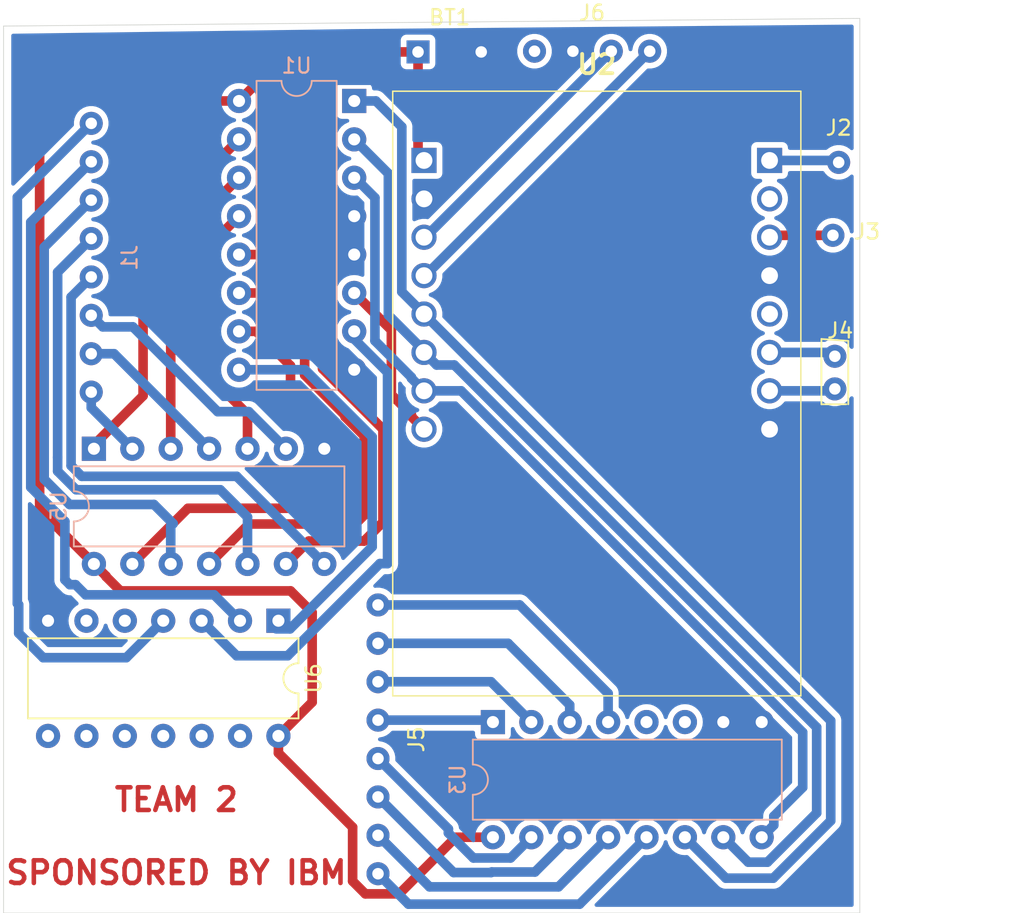
<source format=kicad_pcb>
(kicad_pcb (version 20171130) (host pcbnew "(5.1.4)-1")

  (general
    (thickness 1.6)
    (drawings 5)
    (tracks 200)
    (zones 0)
    (modules 12)
    (nets 48)
  )

  (page A4)
  (layers
    (0 F.Cu signal)
    (31 B.Cu signal)
    (32 B.Adhes user)
    (33 F.Adhes user)
    (34 B.Paste user)
    (35 F.Paste user)
    (36 B.SilkS user)
    (37 F.SilkS user)
    (38 B.Mask user)
    (39 F.Mask user)
    (40 Dwgs.User user)
    (41 Cmts.User user)
    (42 Eco1.User user)
    (43 Eco2.User user)
    (44 Edge.Cuts user)
    (45 Margin user)
    (46 B.CrtYd user)
    (47 F.CrtYd user)
    (48 B.Fab user)
    (49 F.Fab user)
  )

  (setup
    (last_trace_width 0.635)
    (trace_clearance 0.254)
    (zone_clearance 0.381)
    (zone_45_only no)
    (trace_min 0.381)
    (via_size 0.8)
    (via_drill 0.4)
    (via_min_size 0.635)
    (via_min_drill 0.3)
    (uvia_size 0.3)
    (uvia_drill 0.1)
    (uvias_allowed no)
    (uvia_min_size 0.2)
    (uvia_min_drill 0.1)
    (edge_width 0.05)
    (segment_width 0.2)
    (pcb_text_width 0.3)
    (pcb_text_size 1.5 1.5)
    (mod_edge_width 0.12)
    (mod_text_size 1 1)
    (mod_text_width 0.15)
    (pad_size 1.524 1.524)
    (pad_drill 0.762)
    (pad_to_mask_clearance 0.051)
    (solder_mask_min_width 0.25)
    (aux_axis_origin 0 0)
    (visible_elements 7FFFF7FF)
    (pcbplotparams
      (layerselection 0x01000_ffffffff)
      (usegerberextensions false)
      (usegerberattributes false)
      (usegerberadvancedattributes false)
      (creategerberjobfile false)
      (excludeedgelayer true)
      (linewidth 0.100000)
      (plotframeref false)
      (viasonmask false)
      (mode 1)
      (useauxorigin false)
      (hpglpennumber 1)
      (hpglpenspeed 20)
      (hpglpendiameter 15.000000)
      (psnegative false)
      (psa4output false)
      (plotreference true)
      (plotvalue true)
      (plotinvisibletext false)
      (padsonsilk false)
      (subtractmaskfromsilk false)
      (outputformat 1)
      (mirror false)
      (drillshape 0)
      (scaleselection 1)
      (outputdirectory ""))
  )

  (net 0 "")
  (net 1 GND)
  (net 2 +3V3)
  (net 3 "Net-(J3-Pad1)")
  (net 4 "Net-(J4-Pad2)")
  (net 5 "Net-(J4-Pad1)")
  (net 6 "Net-(J5-Pad1)")
  (net 7 "Net-(J5-Pad2)")
  (net 8 "Net-(J5-Pad3)")
  (net 9 "Net-(J5-Pad8)")
  (net 10 "Net-(J5-Pad7)")
  (net 11 "Net-(J5-Pad6)")
  (net 12 "Net-(J5-Pad4)")
  (net 13 "Net-(J5-Pad5)")
  (net 14 +5V)
  (net 15 "/ESP32-CAM Module/displayCLA")
  (net 16 "/ESP32-CAM Module/displaySDA")
  (net 17 "/ESP32-CAM Module/enable")
  (net 18 "/ESP32-CAM Module/selectA2")
  (net 19 "/ESP32-CAM Module/selectA1")
  (net 20 "/ESP32-CAM Module/selectA0")
  (net 21 "/ESP32-CAM Module/echoSignal")
  (net 22 "Net-(U2-Pad13)")
  (net 23 "Net-(U3-Pad6)")
  (net 24 "/ESP32-CAM Module/Y0")
  (net 25 "/ESP32-CAM Module/Y1")
  (net 26 "/ESP32-CAM Module/Y2")
  (net 27 "/ESP32-CAM Module/Y7")
  (net 28 "/ESP32-CAM Module/Y6")
  (net 29 "/ESP32-CAM Module/Y5")
  (net 30 "/ESP32-CAM Module/Y3")
  (net 31 "/ESP32-CAM Module/Y4")
  (net 32 "/ESP32-CAM Module/~Y0")
  (net 33 "/ESP32-CAM Module/~Y7")
  (net 34 "/ESP32-CAM Module/~Y1")
  (net 35 "/ESP32-CAM Module/~Y2")
  (net 36 "/ESP32-CAM Module/~Y3")
  (net 37 "/ESP32-CAM Module/~Y4")
  (net 38 "/ESP32-CAM Module/~Y5")
  (net 39 "/ESP32-CAM Module/~Y6")
  (net 40 "Net-(U6-Pad13)")
  (net 41 "Net-(U6-Pad6)")
  (net 42 "Net-(U6-Pad12)")
  (net 43 "Net-(U6-Pad5)")
  (net 44 "Net-(U6-Pad11)")
  (net 45 "Net-(U6-Pad10)")
  (net 46 "Net-(U6-Pad9)")
  (net 47 "Net-(U6-Pad8)")

  (net_class Default "This is the default net class."
    (clearance 0.254)
    (trace_width 0.635)
    (via_dia 0.8)
    (via_drill 0.4)
    (uvia_dia 0.3)
    (uvia_drill 0.1)
    (diff_pair_width 0.381)
    (diff_pair_gap 0.254)
    (add_net +3V3)
    (add_net +5V)
    (add_net "/ESP32-CAM Module/Y0")
    (add_net "/ESP32-CAM Module/Y1")
    (add_net "/ESP32-CAM Module/Y2")
    (add_net "/ESP32-CAM Module/Y3")
    (add_net "/ESP32-CAM Module/Y4")
    (add_net "/ESP32-CAM Module/Y5")
    (add_net "/ESP32-CAM Module/Y6")
    (add_net "/ESP32-CAM Module/Y7")
    (add_net "/ESP32-CAM Module/displayCLA")
    (add_net "/ESP32-CAM Module/displaySDA")
    (add_net "/ESP32-CAM Module/echoSignal")
    (add_net "/ESP32-CAM Module/enable")
    (add_net "/ESP32-CAM Module/selectA0")
    (add_net "/ESP32-CAM Module/selectA1")
    (add_net "/ESP32-CAM Module/selectA2")
    (add_net "/ESP32-CAM Module/~Y0")
    (add_net "/ESP32-CAM Module/~Y1")
    (add_net "/ESP32-CAM Module/~Y2")
    (add_net "/ESP32-CAM Module/~Y3")
    (add_net "/ESP32-CAM Module/~Y4")
    (add_net "/ESP32-CAM Module/~Y5")
    (add_net "/ESP32-CAM Module/~Y6")
    (add_net "/ESP32-CAM Module/~Y7")
    (add_net GND)
    (add_net "Net-(J3-Pad1)")
    (add_net "Net-(J4-Pad1)")
    (add_net "Net-(J4-Pad2)")
    (add_net "Net-(J5-Pad1)")
    (add_net "Net-(J5-Pad2)")
    (add_net "Net-(J5-Pad3)")
    (add_net "Net-(J5-Pad4)")
    (add_net "Net-(J5-Pad5)")
    (add_net "Net-(J5-Pad6)")
    (add_net "Net-(J5-Pad7)")
    (add_net "Net-(J5-Pad8)")
    (add_net "Net-(U2-Pad13)")
    (add_net "Net-(U3-Pad6)")
    (add_net "Net-(U6-Pad10)")
    (add_net "Net-(U6-Pad11)")
    (add_net "Net-(U6-Pad12)")
    (add_net "Net-(U6-Pad13)")
    (add_net "Net-(U6-Pad5)")
    (add_net "Net-(U6-Pad6)")
    (add_net "Net-(U6-Pad8)")
    (add_net "Net-(U6-Pad9)")
  )

  (module "PCB Design:ESP32CAM" (layer F.Cu) (tedit 5E4A1CA7) (tstamp 5E4A6AFF)
    (at 166.243 109.22)
    (descr ESP32-CAM-2)
    (tags "Integrated Circuit")
    (path /5E4A0240/5E49EBF8)
    (fp_text reference U2 (at 0 -20.32) (layer F.SilkS)
      (effects (font (size 1.27 1.27) (thickness 0.254)))
    )
    (fp_text value ESP32-CAM (at 0 24.13) (layer F.SilkS) hide
      (effects (font (size 1.27 1.27) (thickness 0.254)))
    )
    (fp_line (start -13.5 21.45) (end 13.5 21.45) (layer F.Fab) (width 0.2))
    (fp_line (start 13.5 21.45) (end 13.5 -18.55) (layer F.Fab) (width 0.2))
    (fp_line (start 13.5 -18.55) (end -13.5 -18.55) (layer F.Fab) (width 0.2))
    (fp_line (start -13.5 -18.55) (end -13.5 21.45) (layer F.Fab) (width 0.2))
    (fp_line (start -13.5 21.45) (end 13.5 21.45) (layer F.SilkS) (width 0.1))
    (fp_line (start 13.5 21.45) (end 13.5 -18.55) (layer F.SilkS) (width 0.1))
    (fp_line (start 13.5 -18.55) (end -13.5 -18.55) (layer F.SilkS) (width 0.1))
    (fp_line (start -13.5 -18.55) (end -13.5 21.45) (layer F.SilkS) (width 0.1))
    (fp_line (start -14.5 22.45) (end 14.5 22.45) (layer F.CrtYd) (width 0.1))
    (fp_line (start 14.5 22.45) (end 14.5 -19.55) (layer F.CrtYd) (width 0.1))
    (fp_line (start 14.5 -19.55) (end -14.5 -19.55) (layer F.CrtYd) (width 0.1))
    (fp_line (start -14.5 -19.55) (end -14.5 22.45) (layer F.CrtYd) (width 0.1))
    (pad 1 thru_hole circle (at -11.43 3.81) (size 1.665 1.665) (drill 1.11) (layers *.Cu *.Mask)
      (net 17 "/ESP32-CAM Module/enable"))
    (pad 2 thru_hole circle (at -11.43 1.27) (size 1.665 1.665) (drill 1.11) (layers *.Cu *.Mask)
      (net 18 "/ESP32-CAM Module/selectA2"))
    (pad 3 thru_hole circle (at -11.43 -1.27) (size 1.665 1.665) (drill 1.11) (layers *.Cu *.Mask)
      (net 19 "/ESP32-CAM Module/selectA1"))
    (pad 4 thru_hole circle (at -11.43 -3.81) (size 1.665 1.665) (drill 1.11) (layers *.Cu *.Mask)
      (net 20 "/ESP32-CAM Module/selectA0"))
    (pad 5 thru_hole circle (at -11.43 -6.35) (size 1.665 1.665) (drill 1.11) (layers *.Cu *.Mask)
      (net 16 "/ESP32-CAM Module/displaySDA"))
    (pad 6 thru_hole circle (at -11.43 -8.89) (size 1.665 1.665) (drill 1.11) (layers *.Cu *.Mask)
      (net 15 "/ESP32-CAM Module/displayCLA"))
    (pad 7 thru_hole circle (at -11.43 -11.43) (size 1.665 1.665) (drill 1.11) (layers *.Cu *.Mask)
      (net 1 GND))
    (pad 8 thru_hole rect (at -11.43 -13.97) (size 1.665 1.665) (drill 1.11) (layers *.Cu *.Mask)
      (net 14 +5V))
    (pad 9 thru_hole rect (at 11.43 -13.97) (size 1.665 1.665) (drill 1.11) (layers *.Cu *.Mask)
      (net 2 +3V3))
    (pad 10 thru_hole circle (at 11.43 -11.43) (size 1.665 1.665) (drill 1.11) (layers *.Cu *.Mask)
      (net 21 "/ESP32-CAM Module/echoSignal"))
    (pad 11 thru_hole circle (at 11.43 -8.89) (size 1.665 1.665) (drill 1.11) (layers *.Cu *.Mask)
      (net 3 "Net-(J3-Pad1)"))
    (pad 12 thru_hole circle (at 11.43 -6.35) (size 1.665 1.665) (drill 1.11) (layers *.Cu *.Mask)
      (net 1 GND))
    (pad 13 thru_hole circle (at 11.43 -3.81) (size 1.665 1.665) (drill 1.11) (layers *.Cu *.Mask)
      (net 22 "Net-(U2-Pad13)"))
    (pad 14 thru_hole circle (at 11.43 -1.27) (size 1.665 1.665) (drill 1.11) (layers *.Cu *.Mask)
      (net 5 "Net-(J4-Pad1)"))
    (pad 15 thru_hole circle (at 11.43 1.27) (size 1.665 1.665) (drill 1.11) (layers *.Cu *.Mask)
      (net 4 "Net-(J4-Pad2)"))
    (pad 16 thru_hole circle (at 11.43 3.81) (size 1.665 1.665) (drill 1.11) (layers *.Cu *.Mask)
      (net 1 GND))
    (model ESP32-CAM.stp
      (at (xyz 0 0 0))
      (scale (xyz 1 1 1))
      (rotate (xyz 0 0 0))
    )
  )

  (module "PCB Design:conn_01x02_battery" (layer F.Cu) (tedit 5E49CE96) (tstamp 5E4B6F40)
    (at 156.5076 88.07196)
    (path /5E504F4C)
    (fp_text reference BT1 (at 0 -2.286) (layer F.SilkS)
      (effects (font (size 1 1) (thickness 0.15)))
    )
    (fp_text value Battery (at 0 2.2225) (layer F.Fab)
      (effects (font (size 1 1) (thickness 0.15)))
    )
    (fp_text user - (at 5.0165 -0.0635) (layer F.Fab)
      (effects (font (size 1 1) (thickness 0.15)))
    )
    (fp_text user + (at -4.826 -0.0635) (layer F.Fab)
      (effects (font (size 1 1) (thickness 0.15)))
    )
    (fp_line (start 3.81 1.27) (end 3.81 -1.27) (layer B.Fab) (width 0.12))
    (fp_line (start -3.81 1.27) (end 3.81 1.27) (layer B.Fab) (width 0.12))
    (fp_line (start -3.81 -1.27) (end -3.81 1.27) (layer B.Fab) (width 0.12))
    (fp_line (start 3.81 -1.27) (end -3.81 -1.27) (layer B.Fab) (width 0.12))
    (pad 2 thru_hole circle (at 2.09 0) (size 1.524 1.524) (drill 0.762) (layers *.Cu *.Mask)
      (net 1 GND))
    (pad 1 thru_hole rect (at -2.09 0) (size 1.524 1.524) (drill 0.762) (layers *.Cu *.Mask)
      (net 14 +5V))
  )

  (module Package_DIP:DIP-16_W7.62mm (layer B.Cu) (tedit 5A02E8C5) (tstamp 5E4B1162)
    (at 159.3723 132.40258 270)
    (descr "16-lead though-hole mounted DIP package, row spacing 7.62 mm (300 mils)")
    (tags "THT DIP DIL PDIP 2.54mm 7.62mm 300mil")
    (path /5E4A0240/5E49EBA2)
    (fp_text reference U3 (at 3.81 2.33 90) (layer B.SilkS)
      (effects (font (size 1 1) (thickness 0.15)) (justify mirror))
    )
    (fp_text value 74LS151 (at 3.81 -20.11 90) (layer B.Fab)
      (effects (font (size 1 1) (thickness 0.15)) (justify mirror))
    )
    (fp_text user %R (at 3.81 -8.89) (layer B.Fab)
      (effects (font (size 1 1) (thickness 0.15)) (justify mirror))
    )
    (fp_line (start 8.7 1.55) (end -1.1 1.55) (layer B.CrtYd) (width 0.05))
    (fp_line (start 8.7 -19.3) (end 8.7 1.55) (layer B.CrtYd) (width 0.05))
    (fp_line (start -1.1 -19.3) (end 8.7 -19.3) (layer B.CrtYd) (width 0.05))
    (fp_line (start -1.1 1.55) (end -1.1 -19.3) (layer B.CrtYd) (width 0.05))
    (fp_line (start 6.46 1.33) (end 4.81 1.33) (layer B.SilkS) (width 0.12))
    (fp_line (start 6.46 -19.11) (end 6.46 1.33) (layer B.SilkS) (width 0.12))
    (fp_line (start 1.16 -19.11) (end 6.46 -19.11) (layer B.SilkS) (width 0.12))
    (fp_line (start 1.16 1.33) (end 1.16 -19.11) (layer B.SilkS) (width 0.12))
    (fp_line (start 2.81 1.33) (end 1.16 1.33) (layer B.SilkS) (width 0.12))
    (fp_line (start 0.635 0.27) (end 1.635 1.27) (layer B.Fab) (width 0.1))
    (fp_line (start 0.635 -19.05) (end 0.635 0.27) (layer B.Fab) (width 0.1))
    (fp_line (start 6.985 -19.05) (end 0.635 -19.05) (layer B.Fab) (width 0.1))
    (fp_line (start 6.985 1.27) (end 6.985 -19.05) (layer B.Fab) (width 0.1))
    (fp_line (start 1.635 1.27) (end 6.985 1.27) (layer B.Fab) (width 0.1))
    (fp_arc (start 3.81 1.33) (end 2.81 1.33) (angle 180) (layer B.SilkS) (width 0.12))
    (pad 16 thru_hole oval (at 7.62 0 270) (size 1.6 1.6) (drill 0.8) (layers *.Cu *.Mask)
      (net 14 +5V))
    (pad 8 thru_hole oval (at 0 -17.78 270) (size 1.6 1.6) (drill 0.8) (layers *.Cu *.Mask)
      (net 1 GND))
    (pad 15 thru_hole oval (at 7.62 -2.54 270) (size 1.6 1.6) (drill 0.8) (layers *.Cu *.Mask)
      (net 13 "Net-(J5-Pad5)"))
    (pad 7 thru_hole oval (at 0 -15.24 270) (size 1.6 1.6) (drill 0.8) (layers *.Cu *.Mask)
      (net 1 GND))
    (pad 14 thru_hole oval (at 7.62 -5.08 270) (size 1.6 1.6) (drill 0.8) (layers *.Cu *.Mask)
      (net 11 "Net-(J5-Pad6)"))
    (pad 6 thru_hole oval (at 0 -12.7 270) (size 1.6 1.6) (drill 0.8) (layers *.Cu *.Mask)
      (net 23 "Net-(U3-Pad6)"))
    (pad 13 thru_hole oval (at 7.62 -7.62 270) (size 1.6 1.6) (drill 0.8) (layers *.Cu *.Mask)
      (net 10 "Net-(J5-Pad7)"))
    (pad 5 thru_hole oval (at 0 -10.16 270) (size 1.6 1.6) (drill 0.8) (layers *.Cu *.Mask)
      (net 21 "/ESP32-CAM Module/echoSignal"))
    (pad 12 thru_hole oval (at 7.62 -10.16 270) (size 1.6 1.6) (drill 0.8) (layers *.Cu *.Mask)
      (net 9 "Net-(J5-Pad8)"))
    (pad 4 thru_hole oval (at 0 -7.62 270) (size 1.6 1.6) (drill 0.8) (layers *.Cu *.Mask)
      (net 6 "Net-(J5-Pad1)"))
    (pad 11 thru_hole oval (at 7.62 -12.7 270) (size 1.6 1.6) (drill 0.8) (layers *.Cu *.Mask)
      (net 20 "/ESP32-CAM Module/selectA0"))
    (pad 3 thru_hole oval (at 0 -5.08 270) (size 1.6 1.6) (drill 0.8) (layers *.Cu *.Mask)
      (net 7 "Net-(J5-Pad2)"))
    (pad 10 thru_hole oval (at 7.62 -15.24 270) (size 1.6 1.6) (drill 0.8) (layers *.Cu *.Mask)
      (net 19 "/ESP32-CAM Module/selectA1"))
    (pad 2 thru_hole oval (at 0 -2.54 270) (size 1.6 1.6) (drill 0.8) (layers *.Cu *.Mask)
      (net 8 "Net-(J5-Pad3)"))
    (pad 9 thru_hole oval (at 7.62 -17.78 270) (size 1.6 1.6) (drill 0.8) (layers *.Cu *.Mask)
      (net 18 "/ESP32-CAM Module/selectA2"))
    (pad 1 thru_hole rect (at 0 0 270) (size 1.6 1.6) (drill 0.8) (layers *.Cu *.Mask)
      (net 12 "Net-(J5-Pad4)"))
    (model ${KISYS3DMOD}/Package_DIP.3dshapes/DIP-16_W7.62mm.wrl
      (at (xyz 0 0 0))
      (scale (xyz 1 1 1))
      (rotate (xyz 0 0 0))
    )
  )

  (module Package_DIP:DIP-16_W7.62mm (layer B.Cu) (tedit 5A02E8C5) (tstamp 5E4A89B9)
    (at 150.19528 91.31554 180)
    (descr "16-lead though-hole mounted DIP package, row spacing 7.62 mm (300 mils)")
    (tags "THT DIP DIL PDIP 2.54mm 7.62mm 300mil")
    (path /5E4A0240/5E49EB9C)
    (fp_text reference U1 (at 3.81 2.33) (layer B.SilkS)
      (effects (font (size 1 1) (thickness 0.15)) (justify mirror))
    )
    (fp_text value 74HC137 (at 3.81 -20.11) (layer B.Fab)
      (effects (font (size 1 1) (thickness 0.15)) (justify mirror))
    )
    (fp_text user %R (at 3.81 -8.89) (layer B.Fab)
      (effects (font (size 1 1) (thickness 0.15)) (justify mirror))
    )
    (fp_line (start 8.7 1.55) (end -1.1 1.55) (layer B.CrtYd) (width 0.05))
    (fp_line (start 8.7 -19.3) (end 8.7 1.55) (layer B.CrtYd) (width 0.05))
    (fp_line (start -1.1 -19.3) (end 8.7 -19.3) (layer B.CrtYd) (width 0.05))
    (fp_line (start -1.1 1.55) (end -1.1 -19.3) (layer B.CrtYd) (width 0.05))
    (fp_line (start 6.46 1.33) (end 4.81 1.33) (layer B.SilkS) (width 0.12))
    (fp_line (start 6.46 -19.11) (end 6.46 1.33) (layer B.SilkS) (width 0.12))
    (fp_line (start 1.16 -19.11) (end 6.46 -19.11) (layer B.SilkS) (width 0.12))
    (fp_line (start 1.16 1.33) (end 1.16 -19.11) (layer B.SilkS) (width 0.12))
    (fp_line (start 2.81 1.33) (end 1.16 1.33) (layer B.SilkS) (width 0.12))
    (fp_line (start 0.635 0.27) (end 1.635 1.27) (layer B.Fab) (width 0.1))
    (fp_line (start 0.635 -19.05) (end 0.635 0.27) (layer B.Fab) (width 0.1))
    (fp_line (start 6.985 -19.05) (end 0.635 -19.05) (layer B.Fab) (width 0.1))
    (fp_line (start 6.985 1.27) (end 6.985 -19.05) (layer B.Fab) (width 0.1))
    (fp_line (start 1.635 1.27) (end 6.985 1.27) (layer B.Fab) (width 0.1))
    (fp_arc (start 3.81 1.33) (end 2.81 1.33) (angle 180) (layer B.SilkS) (width 0.12))
    (pad 16 thru_hole oval (at 7.62 0 180) (size 1.6 1.6) (drill 0.8) (layers *.Cu *.Mask)
      (net 14 +5V))
    (pad 8 thru_hole oval (at 0 -17.78 180) (size 1.6 1.6) (drill 0.8) (layers *.Cu *.Mask)
      (net 1 GND))
    (pad 15 thru_hole oval (at 7.62 -2.54 180) (size 1.6 1.6) (drill 0.8) (layers *.Cu *.Mask)
      (net 32 "/ESP32-CAM Module/~Y0"))
    (pad 7 thru_hole oval (at 0 -15.24 180) (size 1.6 1.6) (drill 0.8) (layers *.Cu *.Mask)
      (net 33 "/ESP32-CAM Module/~Y7"))
    (pad 14 thru_hole oval (at 7.62 -5.08 180) (size 1.6 1.6) (drill 0.8) (layers *.Cu *.Mask)
      (net 34 "/ESP32-CAM Module/~Y1"))
    (pad 6 thru_hole oval (at 0 -12.7 180) (size 1.6 1.6) (drill 0.8) (layers *.Cu *.Mask)
      (net 17 "/ESP32-CAM Module/enable"))
    (pad 13 thru_hole oval (at 7.62 -7.62 180) (size 1.6 1.6) (drill 0.8) (layers *.Cu *.Mask)
      (net 35 "/ESP32-CAM Module/~Y2"))
    (pad 5 thru_hole oval (at 0 -10.16 180) (size 1.6 1.6) (drill 0.8) (layers *.Cu *.Mask)
      (net 1 GND))
    (pad 12 thru_hole oval (at 7.62 -10.16 180) (size 1.6 1.6) (drill 0.8) (layers *.Cu *.Mask)
      (net 36 "/ESP32-CAM Module/~Y3"))
    (pad 4 thru_hole oval (at 0 -7.62 180) (size 1.6 1.6) (drill 0.8) (layers *.Cu *.Mask)
      (net 1 GND))
    (pad 11 thru_hole oval (at 7.62 -12.7 180) (size 1.6 1.6) (drill 0.8) (layers *.Cu *.Mask)
      (net 37 "/ESP32-CAM Module/~Y4"))
    (pad 3 thru_hole oval (at 0 -5.08 180) (size 1.6 1.6) (drill 0.8) (layers *.Cu *.Mask)
      (net 18 "/ESP32-CAM Module/selectA2"))
    (pad 10 thru_hole oval (at 7.62 -15.24 180) (size 1.6 1.6) (drill 0.8) (layers *.Cu *.Mask)
      (net 38 "/ESP32-CAM Module/~Y5"))
    (pad 2 thru_hole oval (at 0 -2.54 180) (size 1.6 1.6) (drill 0.8) (layers *.Cu *.Mask)
      (net 19 "/ESP32-CAM Module/selectA1"))
    (pad 9 thru_hole oval (at 7.62 -17.78 180) (size 1.6 1.6) (drill 0.8) (layers *.Cu *.Mask)
      (net 39 "/ESP32-CAM Module/~Y6"))
    (pad 1 thru_hole rect (at 0 0 180) (size 1.6 1.6) (drill 0.8) (layers *.Cu *.Mask)
      (net 20 "/ESP32-CAM Module/selectA0"))
    (model ${KISYS3DMOD}/Package_DIP.3dshapes/DIP-16_W7.62mm.wrl
      (at (xyz 0 0 0))
      (scale (xyz 1 1 1))
      (rotate (xyz 0 0 0))
    )
  )

  (module Package_DIP:DIP-14_W7.62mm (layer B.Cu) (tedit 5A02E8C5) (tstamp 5E4B0253)
    (at 132.97662 114.32286 270)
    (descr "14-lead though-hole mounted DIP package, row spacing 7.62 mm (300 mils)")
    (tags "THT DIP DIL PDIP 2.54mm 7.62mm 300mil")
    (path /5E4A0240/5E4B319B)
    (fp_text reference U5 (at 3.81 2.33 90) (layer B.SilkS)
      (effects (font (size 1 1) (thickness 0.15)) (justify mirror))
    )
    (fp_text value 74LS04 (at 3.81 -17.57 90) (layer B.Fab)
      (effects (font (size 1 1) (thickness 0.15)) (justify mirror))
    )
    (fp_text user %R (at 3.81 -7.62 90) (layer B.Fab)
      (effects (font (size 1 1) (thickness 0.15)) (justify mirror))
    )
    (fp_line (start 8.7 1.55) (end -1.1 1.55) (layer B.CrtYd) (width 0.05))
    (fp_line (start 8.7 -16.8) (end 8.7 1.55) (layer B.CrtYd) (width 0.05))
    (fp_line (start -1.1 -16.8) (end 8.7 -16.8) (layer B.CrtYd) (width 0.05))
    (fp_line (start -1.1 1.55) (end -1.1 -16.8) (layer B.CrtYd) (width 0.05))
    (fp_line (start 6.46 1.33) (end 4.81 1.33) (layer B.SilkS) (width 0.12))
    (fp_line (start 6.46 -16.57) (end 6.46 1.33) (layer B.SilkS) (width 0.12))
    (fp_line (start 1.16 -16.57) (end 6.46 -16.57) (layer B.SilkS) (width 0.12))
    (fp_line (start 1.16 1.33) (end 1.16 -16.57) (layer B.SilkS) (width 0.12))
    (fp_line (start 2.81 1.33) (end 1.16 1.33) (layer B.SilkS) (width 0.12))
    (fp_line (start 0.635 0.27) (end 1.635 1.27) (layer B.Fab) (width 0.1))
    (fp_line (start 0.635 -16.51) (end 0.635 0.27) (layer B.Fab) (width 0.1))
    (fp_line (start 6.985 -16.51) (end 0.635 -16.51) (layer B.Fab) (width 0.1))
    (fp_line (start 6.985 1.27) (end 6.985 -16.51) (layer B.Fab) (width 0.1))
    (fp_line (start 1.635 1.27) (end 6.985 1.27) (layer B.Fab) (width 0.1))
    (fp_arc (start 3.81 1.33) (end 2.81 1.33) (angle 180) (layer B.SilkS) (width 0.12))
    (pad 14 thru_hole oval (at 7.62 0 270) (size 1.6 1.6) (drill 0.8) (layers *.Cu *.Mask)
      (net 14 +5V))
    (pad 7 thru_hole oval (at 0 -15.24 270) (size 1.6 1.6) (drill 0.8) (layers *.Cu *.Mask)
      (net 1 GND))
    (pad 13 thru_hole oval (at 7.62 -2.54 270) (size 1.6 1.6) (drill 0.8) (layers *.Cu *.Mask)
      (net 38 "/ESP32-CAM Module/~Y5"))
    (pad 6 thru_hole oval (at 0 -12.7 270) (size 1.6 1.6) (drill 0.8) (layers *.Cu *.Mask)
      (net 26 "/ESP32-CAM Module/Y2"))
    (pad 12 thru_hole oval (at 7.62 -5.08 270) (size 1.6 1.6) (drill 0.8) (layers *.Cu *.Mask)
      (net 29 "/ESP32-CAM Module/Y5"))
    (pad 5 thru_hole oval (at 0 -10.16 270) (size 1.6 1.6) (drill 0.8) (layers *.Cu *.Mask)
      (net 35 "/ESP32-CAM Module/~Y2"))
    (pad 11 thru_hole oval (at 7.62 -7.62 270) (size 1.6 1.6) (drill 0.8) (layers *.Cu *.Mask)
      (net 37 "/ESP32-CAM Module/~Y4"))
    (pad 4 thru_hole oval (at 0 -7.62 270) (size 1.6 1.6) (drill 0.8) (layers *.Cu *.Mask)
      (net 25 "/ESP32-CAM Module/Y1"))
    (pad 10 thru_hole oval (at 7.62 -10.16 270) (size 1.6 1.6) (drill 0.8) (layers *.Cu *.Mask)
      (net 31 "/ESP32-CAM Module/Y4"))
    (pad 3 thru_hole oval (at 0 -5.08 270) (size 1.6 1.6) (drill 0.8) (layers *.Cu *.Mask)
      (net 34 "/ESP32-CAM Module/~Y1"))
    (pad 9 thru_hole oval (at 7.62 -12.7 270) (size 1.6 1.6) (drill 0.8) (layers *.Cu *.Mask)
      (net 36 "/ESP32-CAM Module/~Y3"))
    (pad 2 thru_hole oval (at 0 -2.54 270) (size 1.6 1.6) (drill 0.8) (layers *.Cu *.Mask)
      (net 24 "/ESP32-CAM Module/Y0"))
    (pad 8 thru_hole oval (at 7.62 -15.24 270) (size 1.6 1.6) (drill 0.8) (layers *.Cu *.Mask)
      (net 30 "/ESP32-CAM Module/Y3"))
    (pad 1 thru_hole rect (at 0 0 270) (size 1.6 1.6) (drill 0.8) (layers *.Cu *.Mask)
      (net 32 "/ESP32-CAM Module/~Y0"))
    (model ${KISYS3DMOD}/Package_DIP.3dshapes/DIP-14_W7.62mm.wrl
      (at (xyz 0 0 0))
      (scale (xyz 1 1 1))
      (rotate (xyz 0 0 0))
    )
  )

  (module Package_DIP:DIP-14_W7.62mm (layer F.Cu) (tedit 5A02E8C5) (tstamp 5E4AA3D3)
    (at 145.18132 125.69952 270)
    (descr "14-lead though-hole mounted DIP package, row spacing 7.62 mm (300 mils)")
    (tags "THT DIP DIL PDIP 2.54mm 7.62mm 300mil")
    (path /5E4A0240/5E4B445C)
    (fp_text reference U6 (at 3.81 -2.33 90) (layer F.SilkS)
      (effects (font (size 1 1) (thickness 0.15)))
    )
    (fp_text value 74LS04 (at 3.81 17.57 90) (layer F.Fab)
      (effects (font (size 1 1) (thickness 0.15)))
    )
    (fp_text user %R (at 3.81 7.62 90) (layer F.Fab)
      (effects (font (size 1 1) (thickness 0.15)))
    )
    (fp_line (start 8.7 -1.55) (end -1.1 -1.55) (layer F.CrtYd) (width 0.05))
    (fp_line (start 8.7 16.8) (end 8.7 -1.55) (layer F.CrtYd) (width 0.05))
    (fp_line (start -1.1 16.8) (end 8.7 16.8) (layer F.CrtYd) (width 0.05))
    (fp_line (start -1.1 -1.55) (end -1.1 16.8) (layer F.CrtYd) (width 0.05))
    (fp_line (start 6.46 -1.33) (end 4.81 -1.33) (layer F.SilkS) (width 0.12))
    (fp_line (start 6.46 16.57) (end 6.46 -1.33) (layer F.SilkS) (width 0.12))
    (fp_line (start 1.16 16.57) (end 6.46 16.57) (layer F.SilkS) (width 0.12))
    (fp_line (start 1.16 -1.33) (end 1.16 16.57) (layer F.SilkS) (width 0.12))
    (fp_line (start 2.81 -1.33) (end 1.16 -1.33) (layer F.SilkS) (width 0.12))
    (fp_line (start 0.635 -0.27) (end 1.635 -1.27) (layer F.Fab) (width 0.1))
    (fp_line (start 0.635 16.51) (end 0.635 -0.27) (layer F.Fab) (width 0.1))
    (fp_line (start 6.985 16.51) (end 0.635 16.51) (layer F.Fab) (width 0.1))
    (fp_line (start 6.985 -1.27) (end 6.985 16.51) (layer F.Fab) (width 0.1))
    (fp_line (start 1.635 -1.27) (end 6.985 -1.27) (layer F.Fab) (width 0.1))
    (fp_arc (start 3.81 -1.33) (end 2.81 -1.33) (angle -180) (layer F.SilkS) (width 0.12))
    (pad 14 thru_hole oval (at 7.62 0 270) (size 1.6 1.6) (drill 0.8) (layers *.Cu *.Mask)
      (net 14 +5V))
    (pad 7 thru_hole oval (at 0 15.24 270) (size 1.6 1.6) (drill 0.8) (layers *.Cu *.Mask)
      (net 1 GND))
    (pad 13 thru_hole oval (at 7.62 2.54 270) (size 1.6 1.6) (drill 0.8) (layers *.Cu *.Mask)
      (net 40 "Net-(U6-Pad13)"))
    (pad 6 thru_hole oval (at 0 12.7 270) (size 1.6 1.6) (drill 0.8) (layers *.Cu *.Mask)
      (net 41 "Net-(U6-Pad6)"))
    (pad 12 thru_hole oval (at 7.62 5.08 270) (size 1.6 1.6) (drill 0.8) (layers *.Cu *.Mask)
      (net 42 "Net-(U6-Pad12)"))
    (pad 5 thru_hole oval (at 0 10.16 270) (size 1.6 1.6) (drill 0.8) (layers *.Cu *.Mask)
      (net 43 "Net-(U6-Pad5)"))
    (pad 11 thru_hole oval (at 7.62 7.62 270) (size 1.6 1.6) (drill 0.8) (layers *.Cu *.Mask)
      (net 44 "Net-(U6-Pad11)"))
    (pad 4 thru_hole oval (at 0 7.62 270) (size 1.6 1.6) (drill 0.8) (layers *.Cu *.Mask)
      (net 27 "/ESP32-CAM Module/Y7"))
    (pad 10 thru_hole oval (at 7.62 10.16 270) (size 1.6 1.6) (drill 0.8) (layers *.Cu *.Mask)
      (net 45 "Net-(U6-Pad10)"))
    (pad 3 thru_hole oval (at 0 5.08 270) (size 1.6 1.6) (drill 0.8) (layers *.Cu *.Mask)
      (net 33 "/ESP32-CAM Module/~Y7"))
    (pad 9 thru_hole oval (at 7.62 12.7 270) (size 1.6 1.6) (drill 0.8) (layers *.Cu *.Mask)
      (net 46 "Net-(U6-Pad9)"))
    (pad 2 thru_hole oval (at 0 2.54 270) (size 1.6 1.6) (drill 0.8) (layers *.Cu *.Mask)
      (net 28 "/ESP32-CAM Module/Y6"))
    (pad 8 thru_hole oval (at 7.62 15.24 270) (size 1.6 1.6) (drill 0.8) (layers *.Cu *.Mask)
      (net 47 "Net-(U6-Pad8)"))
    (pad 1 thru_hole rect (at 0 0 270) (size 1.6 1.6) (drill 0.8) (layers *.Cu *.Mask)
      (net 39 "/ESP32-CAM Module/~Y6"))
    (model ${KISYS3DMOD}/Package_DIP.3dshapes/DIP-14_W7.62mm.wrl
      (at (xyz 0 0 0))
      (scale (xyz 1 1 1))
      (rotate (xyz 0 0 0))
    )
  )

  (module "PCB Design:conn_01x02" (layer F.Cu) (tedit 5E4A34F3) (tstamp 5E4B0730)
    (at 181.991 109.347 270)
    (path /5E4A0240/5E49EBD6)
    (fp_text reference J4 (at -2.842 -0.354 180) (layer F.SilkS)
      (effects (font (size 1 1) (thickness 0.15)))
    )
    (fp_text value Conn_01x02 (at -0.342 -2.854 90) (layer F.Fab)
      (effects (font (size 1 1) (thickness 0.15)))
    )
    (fp_line (start 2.032 0.889) (end 2.032 -0.762) (layer F.SilkS) (width 0.12))
    (fp_line (start -2.286 0.889) (end 2.032 0.889) (layer F.SilkS) (width 0.12))
    (fp_line (start -2.159 -0.889) (end -2.286 0.889) (layer F.SilkS) (width 0.12))
    (fp_line (start 2.032 -0.889) (end -2.159 -0.889) (layer F.SilkS) (width 0.12))
    (pad 2 thru_hole circle (at 1.016 0 270) (size 1.524 1.524) (drill 0.762) (layers *.Cu *.Mask)
      (net 4 "Net-(J4-Pad2)"))
    (pad 1 thru_hole circle (at -1.143 0 270) (size 1.524 1.524) (drill 0.762) (layers *.Cu *.Mask)
      (net 5 "Net-(J4-Pad1)"))
  )

  (module "PCB Design:conn_01x04" (layer F.Cu) (tedit 5E4A16BC) (tstamp 5E4B074D)
    (at 165.93312 88.0237)
    (path /5E4A0240/5E49EC04)
    (fp_text reference J6 (at 0 -2.54) (layer F.SilkS)
      (effects (font (size 1 1) (thickness 0.15)))
    )
    (fp_text value Conn_01x04 (at 0 2.54) (layer F.Fab)
      (effects (font (size 1 1) (thickness 0.15)))
    )
    (fp_line (start 5.08 1.27) (end 5.08 -1.27) (layer F.Fab) (width 0.12))
    (fp_line (start -5.08 1.27) (end 5.08 1.27) (layer F.Fab) (width 0.12))
    (fp_line (start -5.08 -1.27) (end -5.08 1.27) (layer F.Fab) (width 0.12))
    (fp_line (start 5.08 -1.27) (end -5.08 -1.27) (layer F.Fab) (width 0.12))
    (pad 1 thru_hole circle (at -3.81 0) (size 1.524 1.524) (drill 0.762) (layers *.Cu *.Mask)
      (net 14 +5V))
    (pad 2 thru_hole circle (at -1.27 0) (size 1.524 1.524) (drill 0.762) (layers *.Cu *.Mask)
      (net 1 GND))
    (pad 3 thru_hole circle (at 1.27 0) (size 1.524 1.524) (drill 0.762) (layers *.Cu *.Mask)
      (net 15 "/ESP32-CAM Module/displayCLA"))
    (pad 4 thru_hole circle (at 3.81 0) (size 1.524 1.524) (drill 0.762) (layers *.Cu *.Mask)
      (net 16 "/ESP32-CAM Module/displaySDA"))
  )

  (module "PCB Design:conn_01x08" (layer F.Cu) (tedit 5E4A13B9) (tstamp 5E4A6AA3)
    (at 151.77008 133.54558 270)
    (path /5E4A0240/5E49EBEB)
    (fp_text reference J5 (at 0 -2.54 90) (layer F.SilkS)
      (effects (font (size 1 1) (thickness 0.15)))
    )
    (fp_text value Conn_01x08 (at 0 2.54) (layer F.Fab)
      (effects (font (size 1 1) (thickness 0.15)))
    )
    (fp_line (start 10.16 1.27) (end 10.16 -1.27) (layer F.Fab) (width 0.12))
    (fp_line (start -10.16 1.27) (end 10.16 1.27) (layer F.Fab) (width 0.12))
    (fp_line (start -10.16 -1.27) (end -10.16 1.27) (layer F.Fab) (width 0.12))
    (fp_line (start 10.16 -1.27) (end -10.16 -1.27) (layer F.Fab) (width 0.12))
    (pad 1 thru_hole circle (at -8.89 0 270) (size 1.524 1.524) (drill 0.762) (layers *.Cu *.Mask)
      (net 6 "Net-(J5-Pad1)"))
    (pad 2 thru_hole circle (at -6.35 0 270) (size 1.524 1.524) (drill 0.762) (layers *.Cu *.Mask)
      (net 7 "Net-(J5-Pad2)"))
    (pad 3 thru_hole circle (at -3.81 0 270) (size 1.524 1.524) (drill 0.762) (layers *.Cu *.Mask)
      (net 8 "Net-(J5-Pad3)"))
    (pad 8 thru_hole circle (at 8.89 0 270) (size 1.524 1.524) (drill 0.762) (layers *.Cu *.Mask)
      (net 9 "Net-(J5-Pad8)"))
    (pad 7 thru_hole circle (at 6.35 0 270) (size 1.524 1.524) (drill 0.762) (layers *.Cu *.Mask)
      (net 10 "Net-(J5-Pad7)"))
    (pad 6 thru_hole circle (at 3.81 0 270) (size 1.524 1.524) (drill 0.762) (layers *.Cu *.Mask)
      (net 11 "Net-(J5-Pad6)"))
    (pad 4 thru_hole circle (at -1.27 0 270) (size 1.524 1.524) (drill 0.762) (layers *.Cu *.Mask)
      (net 12 "Net-(J5-Pad4)"))
    (pad 5 thru_hole circle (at 1.27 0 270) (size 1.524 1.524) (drill 0.762) (layers *.Cu *.Mask)
      (net 13 "Net-(J5-Pad5)"))
  )

  (module "PCB Design:conn_01x01" (layer F.Cu) (tedit 5E49D133) (tstamp 5E4B076B)
    (at 181.864 100.203)
    (path /5E4A0240/5E49EBC8)
    (fp_text reference J3 (at 2.2606 -0.2413) (layer F.SilkS)
      (effects (font (size 1 1) (thickness 0.15)))
    )
    (fp_text value Conn_01x01 (at 7.6 1.302) (layer F.Fab)
      (effects (font (size 1 1) (thickness 0.15)))
    )
    (fp_line (start 1.016 1.016) (end 1.016 -1.016) (layer F.Fab) (width 0.12))
    (fp_line (start -1.016 1.016) (end 1.016 1.016) (layer F.Fab) (width 0.12))
    (fp_line (start -1.016 -1.016) (end -1.016 1.016) (layer F.Fab) (width 0.12))
    (fp_line (start 1.016 -1.016) (end -1.016 -1.016) (layer F.Fab) (width 0.12))
    (pad 1 thru_hole circle (at 0 0) (size 1.524 1.524) (drill 0.762) (layers *.Cu *.Mask)
      (net 3 "Net-(J3-Pad1)"))
  )

  (module "PCB Design:conn_01x01" (layer F.Cu) (tedit 5E49D133) (tstamp 5E4B0783)
    (at 182.245 95.377)
    (path /5E4A0240/5E49EBF1)
    (fp_text reference J2 (at 0 -2.286) (layer F.SilkS)
      (effects (font (size 1 1) (thickness 0.15)))
    )
    (fp_text value Conn_01x01 (at 7.6 1.128) (layer F.Fab)
      (effects (font (size 1 1) (thickness 0.15)))
    )
    (fp_line (start 1.016 1.016) (end 1.016 -1.016) (layer F.Fab) (width 0.12))
    (fp_line (start -1.016 1.016) (end 1.016 1.016) (layer F.Fab) (width 0.12))
    (fp_line (start -1.016 -1.016) (end -1.016 1.016) (layer F.Fab) (width 0.12))
    (fp_line (start 1.016 -1.016) (end -1.016 -1.016) (layer F.Fab) (width 0.12))
    (pad 1 thru_hole circle (at 0 0) (size 1.524 1.524) (drill 0.762) (layers *.Cu *.Mask)
      (net 2 +3V3))
  )

  (module "PCB Design:conn_01x08" (layer B.Cu) (tedit 5E4A13B9) (tstamp 5E4A864B)
    (at 132.79882 101.68636 90)
    (path /5E4A0240/5E49EBE5)
    (fp_text reference J1 (at 0 2.54 -90) (layer B.SilkS)
      (effects (font (size 1 1) (thickness 0.15)) (justify mirror))
    )
    (fp_text value Conn_01x08 (at 0 -2.54 -90) (layer B.Fab)
      (effects (font (size 1 1) (thickness 0.15)) (justify mirror))
    )
    (fp_line (start 10.16 -1.27) (end 10.16 1.27) (layer B.Fab) (width 0.12))
    (fp_line (start -10.16 -1.27) (end 10.16 -1.27) (layer B.Fab) (width 0.12))
    (fp_line (start -10.16 1.27) (end -10.16 -1.27) (layer B.Fab) (width 0.12))
    (fp_line (start 10.16 1.27) (end -10.16 1.27) (layer B.Fab) (width 0.12))
    (pad 1 thru_hole circle (at -8.89 0 90) (size 1.524 1.524) (drill 0.762) (layers *.Cu *.Mask)
      (net 24 "/ESP32-CAM Module/Y0"))
    (pad 2 thru_hole circle (at -6.35 0 90) (size 1.524 1.524) (drill 0.762) (layers *.Cu *.Mask)
      (net 25 "/ESP32-CAM Module/Y1"))
    (pad 3 thru_hole circle (at -3.81 0 90) (size 1.524 1.524) (drill 0.762) (layers *.Cu *.Mask)
      (net 26 "/ESP32-CAM Module/Y2"))
    (pad 8 thru_hole circle (at 8.89 0 90) (size 1.524 1.524) (drill 0.762) (layers *.Cu *.Mask)
      (net 27 "/ESP32-CAM Module/Y7"))
    (pad 7 thru_hole circle (at 6.35 0 90) (size 1.524 1.524) (drill 0.762) (layers *.Cu *.Mask)
      (net 28 "/ESP32-CAM Module/Y6"))
    (pad 6 thru_hole circle (at 3.81 0 90) (size 1.524 1.524) (drill 0.762) (layers *.Cu *.Mask)
      (net 29 "/ESP32-CAM Module/Y5"))
    (pad 4 thru_hole circle (at -1.27 0 90) (size 1.524 1.524) (drill 0.762) (layers *.Cu *.Mask)
      (net 30 "/ESP32-CAM Module/Y3"))
    (pad 5 thru_hole circle (at 1.27 0 90) (size 1.524 1.524) (drill 0.762) (layers *.Cu *.Mask)
      (net 31 "/ESP32-CAM Module/Y4"))
  )

  (gr_text "TEAM 2\n\nSPONSORED BY IBM" (at 138.43 139.954) (layer F.Cu)
    (effects (font (size 1.5 1.5) (thickness 0.3)))
  )
  (gr_line (start 127 145.034) (end 183.642 145.034) (layer Edge.Cuts) (width 0.05) (tstamp 5E4B7A84))
  (gr_line (start 127 86.36) (end 127 145.034) (layer Edge.Cuts) (width 0.05))
  (gr_line (start 183.642 85.852) (end 127 86.36) (layer Edge.Cuts) (width 0.05))
  (gr_line (start 183.642 145.034) (end 183.642 85.852) (layer Edge.Cuts) (width 0.05))

  (segment (start 149.395281 108.295541) (end 149.395281 108.247281) (width 0.635) (layer B.Cu) (net 1))
  (segment (start 150.19528 109.09554) (end 149.395281 108.295541) (width 0.635) (layer B.Cu) (net 1))
  (segment (start 149.395281 108.247281) (end 148.844 107.696) (width 0.635) (layer B.Cu) (net 1))
  (segment (start 157.835601 88.833959) (end 158.5976 88.07196) (width 0.635) (layer B.Cu) (net 1))
  (segment (start 156.725521 89.944039) (end 157.835601 88.833959) (width 0.635) (layer B.Cu) (net 1))
  (segment (start 147.037961 89.944039) (end 156.725521 89.944039) (width 0.635) (layer B.Cu) (net 1))
  (segment (start 146.05 90.932) (end 147.037961 89.944039) (width 0.635) (layer B.Cu) (net 1))
  (segment (start 146.05 104.95026) (end 146.05 90.932) (width 0.635) (layer B.Cu) (net 1))
  (segment (start 150.19528 109.09554) (end 146.05 104.95026) (width 0.635) (layer B.Cu) (net 1))
  (segment (start 182.118 95.25) (end 182.245 95.377) (width 0.635) (layer B.Cu) (net 2) (status 30))
  (segment (start 177.673 95.25) (end 182.118 95.25) (width 0.635) (layer B.Cu) (net 2) (status 30))
  (segment (start 177.8 100.203) (end 177.673 100.33) (width 0.635) (layer F.Cu) (net 3) (status 30))
  (segment (start 181.864 100.203) (end 177.8 100.203) (width 0.635) (layer F.Cu) (net 3) (status 30))
  (segment (start 181.864 110.49) (end 181.991 110.363) (width 0.635) (layer B.Cu) (net 4) (status 30))
  (segment (start 177.673 110.49) (end 181.864 110.49) (width 0.635) (layer B.Cu) (net 4) (status 30))
  (segment (start 181.737 107.95) (end 181.991 108.204) (width 0.635) (layer B.Cu) (net 5) (status 30))
  (segment (start 177.673 107.95) (end 181.737 107.95) (width 0.635) (layer B.Cu) (net 5) (status 30))
  (segment (start 166.9923 132.40258) (end 166.9923 130.50774) (width 0.635) (layer B.Cu) (net 6) (status 10))
  (segment (start 161.14014 124.65558) (end 151.77008 124.65558) (width 0.635) (layer B.Cu) (net 6) (status 20))
  (segment (start 166.9923 130.50774) (end 161.14014 124.65558) (width 0.635) (layer B.Cu) (net 6))
  (segment (start 160.37667 127.19558) (end 151.77008 127.19558) (width 0.635) (layer B.Cu) (net 7) (status 20))
  (segment (start 164.4523 131.27121) (end 160.37667 127.19558) (width 0.635) (layer B.Cu) (net 7))
  (segment (start 164.4523 132.40258) (end 164.4523 131.27121) (width 0.635) (layer B.Cu) (net 7) (status 10))
  (segment (start 159.2453 129.73558) (end 151.77008 129.73558) (width 0.635) (layer B.Cu) (net 8) (status 20))
  (segment (start 161.9123 132.40258) (end 159.2453 129.73558) (width 0.635) (layer B.Cu) (net 8) (status 10))
  (segment (start 153.78176 144.44726) (end 151.77008 142.43558) (width 0.635) (layer B.Cu) (net 9) (status 20))
  (segment (start 169.5323 140.02258) (end 165.10762 144.44726) (width 0.635) (layer B.Cu) (net 9) (status 10))
  (segment (start 165.10762 144.44726) (end 153.78176 144.44726) (width 0.635) (layer B.Cu) (net 9))
  (segment (start 155.17876 143.30426) (end 151.77008 139.89558) (width 0.635) (layer B.Cu) (net 10) (status 20))
  (segment (start 166.9923 140.02258) (end 163.71062 143.30426) (width 0.635) (layer B.Cu) (net 10) (status 10))
  (segment (start 163.71062 143.30426) (end 155.17876 143.30426) (width 0.635) (layer B.Cu) (net 10))
  (segment (start 162.1536 142.32128) (end 159.28848 142.32128) (width 0.635) (layer B.Cu) (net 11))
  (segment (start 164.4523 140.02258) (end 162.1536 142.32128) (width 0.635) (layer B.Cu) (net 11) (status 10))
  (segment (start 159.28848 142.32128) (end 159.25292 142.35684) (width 0.635) (layer B.Cu) (net 11))
  (segment (start 156.77134 142.35684) (end 151.77008 137.35558) (width 0.635) (layer B.Cu) (net 11) (status 20))
  (segment (start 159.25292 142.35684) (end 156.77134 142.35684) (width 0.635) (layer B.Cu) (net 11))
  (segment (start 159.2453 132.27558) (end 159.3723 132.40258) (width 0.635) (layer B.Cu) (net 12) (status 30))
  (segment (start 151.77008 132.27558) (end 159.2453 132.27558) (width 0.635) (layer B.Cu) (net 12) (status 30))
  (segment (start 160.540799 141.394081) (end 158.079341 141.394081) (width 0.635) (layer B.Cu) (net 13))
  (segment (start 161.9123 140.02258) (end 160.540799 141.394081) (width 0.635) (layer B.Cu) (net 13) (status 10))
  (segment (start 158.079341 141.394081) (end 156.4259 139.74064) (width 0.635) (layer B.Cu) (net 13))
  (segment (start 156.4259 139.4714) (end 151.77008 134.81558) (width 0.635) (layer B.Cu) (net 13) (status 20))
  (segment (start 156.4259 139.74064) (end 156.4259 139.4714) (width 0.635) (layer B.Cu) (net 13))
  (segment (start 154.4176 94.8546) (end 154.813 95.25) (width 0.635) (layer F.Cu) (net 14) (status 30))
  (segment (start 154.4176 88.07196) (end 154.4176 94.8546) (width 0.635) (layer F.Cu) (net 14) (status 30))
  (segment (start 145.81886 88.07196) (end 142.57528 91.31554) (width 0.635) (layer F.Cu) (net 14) (status 20))
  (segment (start 154.4176 88.07196) (end 145.81886 88.07196) (width 0.635) (layer F.Cu) (net 14) (status 10))
  (segment (start 133.776619 122.742859) (end 133.776619 122.775879) (width 0.635) (layer F.Cu) (net 14))
  (segment (start 132.97662 121.94286) (end 133.776619 122.742859) (width 0.635) (layer F.Cu) (net 14) (status 10))
  (segment (start 133.776619 122.775879) (end 134.72668 123.72594) (width 0.635) (layer F.Cu) (net 14))
  (segment (start 134.72668 123.72594) (end 145.9865 123.72594) (width 0.635) (layer F.Cu) (net 14))
  (segment (start 145.9865 123.72594) (end 147.41398 125.15342) (width 0.635) (layer F.Cu) (net 14))
  (segment (start 147.41398 131.08686) (end 145.18132 133.31952) (width 0.635) (layer F.Cu) (net 14) (status 20))
  (segment (start 147.41398 125.15342) (end 147.41398 131.08686) (width 0.635) (layer F.Cu) (net 14))
  (segment (start 142.57528 91.31554) (end 135.9535 91.31554) (width 0.635) (layer F.Cu) (net 14) (status 10))
  (segment (start 135.9535 91.31554) (end 134.39394 89.75598) (width 0.635) (layer F.Cu) (net 14))
  (segment (start 134.39394 89.75598) (end 130.76682 89.75598) (width 0.635) (layer F.Cu) (net 14))
  (segment (start 130.76682 89.75598) (end 129.38506 91.13774) (width 0.635) (layer F.Cu) (net 14))
  (segment (start 129.38506 118.3513) (end 132.97662 121.94286) (width 0.635) (layer F.Cu) (net 14) (status 20))
  (segment (start 129.38506 91.13774) (end 129.38506 118.3513) (width 0.635) (layer F.Cu) (net 14))
  (segment (start 145.18132 134.45089) (end 150.09114 139.36071) (width 0.635) (layer F.Cu) (net 14))
  (segment (start 145.18132 133.31952) (end 145.18132 134.45089) (width 0.635) (layer F.Cu) (net 14) (status 10))
  (segment (start 150.09114 139.36071) (end 150.09114 142.92834) (width 0.635) (layer F.Cu) (net 14))
  (segment (start 150.931881 143.769081) (end 153.172159 143.769081) (width 0.635) (layer F.Cu) (net 14))
  (segment (start 150.09114 142.92834) (end 150.931881 143.769081) (width 0.635) (layer F.Cu) (net 14))
  (segment (start 156.91866 140.02258) (end 159.3723 140.02258) (width 0.635) (layer F.Cu) (net 14) (status 20))
  (segment (start 153.172159 143.769081) (end 156.91866 140.02258) (width 0.635) (layer F.Cu) (net 14))
  (segment (start 154.89682 100.33) (end 154.813 100.33) (width 0.635) (layer B.Cu) (net 15) (status 30))
  (segment (start 167.20312 88.0237) (end 154.89682 100.33) (width 0.635) (layer B.Cu) (net 15) (status 30))
  (segment (start 154.89682 102.87) (end 154.813 102.87) (width 0.635) (layer B.Cu) (net 16) (status 30))
  (segment (start 169.74312 88.0237) (end 154.89682 102.87) (width 0.635) (layer B.Cu) (net 16) (status 30))
  (segment (start 153.980501 112.197501) (end 153.980501 112.070501) (width 0.635) (layer F.Cu) (net 17))
  (segment (start 154.813 113.03) (end 153.980501 112.197501) (width 0.635) (layer F.Cu) (net 17) (status 10))
  (segment (start 153.980501 112.070501) (end 152.654 110.744) (width 0.635) (layer F.Cu) (net 17))
  (segment (start 152.654 106.47426) (end 150.19528 104.01554) (width 0.635) (layer F.Cu) (net 17) (status 20))
  (segment (start 152.654 110.744) (end 152.654 106.47426) (width 0.635) (layer F.Cu) (net 17))
  (segment (start 177.952299 139.222581) (end 177.952299 138.635841) (width 0.635) (layer B.Cu) (net 18))
  (segment (start 177.1523 140.02258) (end 177.952299 139.222581) (width 0.635) (layer B.Cu) (net 18) (status 10))
  (segment (start 177.952299 138.635841) (end 179.86502 136.72312) (width 0.635) (layer B.Cu) (net 18))
  (segment (start 157.269542 110.49) (end 154.813 110.49) (width 0.635) (layer B.Cu) (net 18) (status 20))
  (segment (start 179.86502 133.085478) (end 157.269542 110.49) (width 0.635) (layer B.Cu) (net 18))
  (segment (start 179.86502 136.72312) (end 179.86502 133.085478) (width 0.635) (layer B.Cu) (net 18))
  (segment (start 150.24354 96.39554) (end 151.566782 97.718782) (width 0.635) (layer B.Cu) (net 18) (status 10))
  (segment (start 150.19528 96.39554) (end 150.24354 96.39554) (width 0.635) (layer B.Cu) (net 18) (status 30))
  (segment (start 153.980501 109.657501) (end 154.813 110.49) (width 0.635) (layer B.Cu) (net 18) (status 20))
  (segment (start 151.566782 107.179969) (end 153.980501 109.593688) (width 0.635) (layer B.Cu) (net 18))
  (segment (start 153.980501 109.593688) (end 153.980501 109.657501) (width 0.635) (layer B.Cu) (net 18))
  (segment (start 151.566782 97.718782) (end 151.566782 107.179969) (width 0.635) (layer B.Cu) (net 18))
  (segment (start 174.6123 140.02258) (end 176.26076 141.67104) (width 0.635) (layer B.Cu) (net 19) (status 10))
  (segment (start 177.533662 141.67104) (end 180.78958 138.415122) (width 0.635) (layer B.Cu) (net 19))
  (segment (start 176.26076 141.67104) (end 177.533662 141.67104) (width 0.635) (layer B.Cu) (net 19))
  (segment (start 155.645499 108.782499) (end 154.813 107.95) (width 0.635) (layer B.Cu) (net 19) (status 20))
  (segment (start 156.819292 108.782499) (end 155.645499 108.782499) (width 0.635) (layer B.Cu) (net 19))
  (segment (start 180.78958 132.752787) (end 156.819292 108.782499) (width 0.635) (layer B.Cu) (net 19))
  (segment (start 180.78958 138.415122) (end 180.78958 132.752787) (width 0.635) (layer B.Cu) (net 19))
  (segment (start 154.813 107.83575) (end 154.813 107.95) (width 0.635) (layer B.Cu) (net 19) (status 30))
  (segment (start 152.455792 96.116052) (end 152.455792 105.478542) (width 0.635) (layer B.Cu) (net 19))
  (segment (start 152.455792 105.478542) (end 154.813 107.83575) (width 0.635) (layer B.Cu) (net 19) (status 20))
  (segment (start 150.19528 93.85554) (end 152.455792 96.116052) (width 0.635) (layer B.Cu) (net 19) (status 10))
  (segment (start 177.91938 142.73022) (end 181.71922 138.93038) (width 0.635) (layer B.Cu) (net 20))
  (segment (start 181.71922 138.93038) (end 181.71922 132.31622) (width 0.635) (layer B.Cu) (net 20))
  (segment (start 181.71922 132.31622) (end 154.813 105.41) (width 0.635) (layer B.Cu) (net 20) (status 20))
  (segment (start 174.77994 142.73022) (end 177.91938 142.73022) (width 0.635) (layer B.Cu) (net 20))
  (segment (start 172.0723 140.02258) (end 174.77994 142.73022) (width 0.635) (layer B.Cu) (net 20) (status 10))
  (segment (start 153.344803 103.941803) (end 154.813 105.41) (width 0.635) (layer B.Cu) (net 20) (status 20))
  (segment (start 153.344803 93.030063) (end 153.344803 103.941803) (width 0.635) (layer B.Cu) (net 20))
  (segment (start 151.63028 91.31554) (end 153.344803 93.030063) (width 0.635) (layer B.Cu) (net 20))
  (segment (start 150.19528 91.31554) (end 151.63028 91.31554) (width 0.635) (layer B.Cu) (net 20) (status 10))
  (segment (start 132.79882 111.60506) (end 135.51662 114.32286) (width 0.635) (layer B.Cu) (net 24) (status 20))
  (segment (start 132.79882 110.57636) (end 132.79882 111.60506) (width 0.635) (layer B.Cu) (net 24) (status 10))
  (segment (start 134.31012 108.03636) (end 140.59662 114.32286) (width 0.635) (layer B.Cu) (net 25) (status 20))
  (segment (start 132.79882 108.03636) (end 134.31012 108.03636) (width 0.635) (layer B.Cu) (net 25) (status 10))
  (segment (start 133.560819 106.258359) (end 135.552179 106.258359) (width 0.635) (layer B.Cu) (net 26))
  (segment (start 132.79882 105.49636) (end 133.560819 106.258359) (width 0.635) (layer B.Cu) (net 26) (status 10))
  (segment (start 135.552179 106.258359) (end 141.1605 111.86668) (width 0.635) (layer B.Cu) (net 26))
  (segment (start 143.22044 111.86668) (end 145.67662 114.32286) (width 0.635) (layer B.Cu) (net 26) (status 20))
  (segment (start 141.1605 111.86668) (end 143.22044 111.86668) (width 0.635) (layer B.Cu) (net 26))
  (segment (start 127.909275 97.685905) (end 127.909275 124.553935) (width 0.635) (layer B.Cu) (net 27))
  (segment (start 132.79882 92.79636) (end 127.909275 97.685905) (width 0.635) (layer B.Cu) (net 27) (status 10))
  (segment (start 127.909275 124.553935) (end 128.00076 124.64542) (width 0.635) (layer B.Cu) (net 27))
  (segment (start 128.00076 124.64542) (end 128.00076 126.52502) (width 0.635) (layer B.Cu) (net 27))
  (segment (start 128.00076 126.52502) (end 129.61874 128.143) (width 0.635) (layer B.Cu) (net 27))
  (segment (start 135.11784 128.143) (end 137.56132 125.69952) (width 0.635) (layer B.Cu) (net 27) (status 20))
  (segment (start 129.61874 128.143) (end 135.11784 128.143) (width 0.635) (layer B.Cu) (net 27))
  (segment (start 128.798286 99.336894) (end 128.798286 116.872986) (width 0.635) (layer B.Cu) (net 28))
  (segment (start 132.79882 95.33636) (end 128.798286 99.336894) (width 0.635) (layer B.Cu) (net 28) (status 10))
  (segment (start 128.798286 116.872986) (end 131.05638 119.13108) (width 0.635) (layer B.Cu) (net 28))
  (segment (start 131.05638 119.13108) (end 131.05638 122.98934) (width 0.635) (layer B.Cu) (net 28))
  (segment (start 131.381401 123.314361) (end 131.759861 123.314361) (width 0.635) (layer B.Cu) (net 28))
  (segment (start 131.05638 122.98934) (end 131.381401 123.314361) (width 0.635) (layer B.Cu) (net 28))
  (segment (start 131.759861 123.314361) (end 132.43052 123.98502) (width 0.635) (layer B.Cu) (net 28))
  (segment (start 140.92682 123.98502) (end 142.64132 125.69952) (width 0.635) (layer B.Cu) (net 28) (status 20))
  (segment (start 132.43052 123.98502) (end 140.92682 123.98502) (width 0.635) (layer B.Cu) (net 28))
  (segment (start 138.05662 119.43842) (end 138.05662 121.94286) (width 0.635) (layer B.Cu) (net 29) (status 20))
  (segment (start 129.687297 100.987883) (end 129.687297 116.331977) (width 0.635) (layer B.Cu) (net 29))
  (segment (start 132.79882 97.87636) (end 129.687297 100.987883) (width 0.635) (layer B.Cu) (net 29) (status 10))
  (segment (start 129.687297 116.331977) (end 131.36626 118.01094) (width 0.635) (layer B.Cu) (net 29))
  (segment (start 136.94918 118.01094) (end 138.21664 119.2784) (width 0.635) (layer B.Cu) (net 29))
  (segment (start 131.36626 118.01094) (end 136.94918 118.01094) (width 0.635) (layer B.Cu) (net 29))
  (segment (start 138.21664 119.2784) (end 138.05662 119.43842) (width 0.635) (layer B.Cu) (net 29))
  (segment (start 142.420329 116.146569) (end 148.21662 121.94286) (width 0.635) (layer B.Cu) (net 30) (status 20))
  (segment (start 132.171627 116.146569) (end 142.420329 116.146569) (width 0.635) (layer B.Cu) (net 30))
  (segment (start 131.465319 115.440261) (end 132.171627 116.146569) (width 0.635) (layer B.Cu) (net 30))
  (segment (start 131.465319 104.289861) (end 131.465319 115.440261) (width 0.635) (layer B.Cu) (net 30))
  (segment (start 132.79882 102.95636) (end 131.465319 104.289861) (width 0.635) (layer B.Cu) (net 30) (status 10))
  (segment (start 130.576308 102.638872) (end 130.576308 114.894372) (width 0.635) (layer B.Cu) (net 31))
  (segment (start 132.79882 100.41636) (end 130.576308 102.638872) (width 0.635) (layer B.Cu) (net 31) (status 10))
  (segment (start 130.576308 114.894372) (end 130.57631 115.808503) (width 0.635) (layer B.Cu) (net 31))
  (segment (start 130.57631 115.808503) (end 131.803387 117.03558) (width 0.635) (layer B.Cu) (net 31))
  (segment (start 131.803387 117.03558) (end 141.33576 117.03558) (width 0.635) (layer B.Cu) (net 31))
  (segment (start 143.13662 118.83644) (end 143.13662 121.94286) (width 0.635) (layer B.Cu) (net 31) (status 20))
  (segment (start 141.33576 117.03558) (end 143.13662 118.83644) (width 0.635) (layer B.Cu) (net 31))
  (segment (start 132.97662 114.32286) (end 132.97662 114.0714) (width 0.635) (layer F.Cu) (net 32) (status 30))
  (segment (start 132.97662 114.0714) (end 136.22782 110.8202) (width 0.635) (layer F.Cu) (net 32) (status 10))
  (segment (start 136.22782 100.203) (end 142.57528 93.85554) (width 0.635) (layer F.Cu) (net 32) (status 20))
  (segment (start 136.22782 110.8202) (end 136.22782 100.203) (width 0.635) (layer F.Cu) (net 32))
  (segment (start 150.19528 107.065718) (end 152.4 109.270438) (width 0.635) (layer B.Cu) (net 33) (status 10))
  (segment (start 150.19528 106.55554) (end 150.19528 107.065718) (width 0.635) (layer B.Cu) (net 33) (status 30))
  (segment (start 152.4 109.270438) (end 152.4 121.92) (width 0.635) (layer B.Cu) (net 33))
  (segment (start 152.4 121.92) (end 151.892 121.92) (width 0.635) (layer B.Cu) (net 33))
  (segment (start 151.892 121.92) (end 145.796 128.016) (width 0.635) (layer B.Cu) (net 33))
  (segment (start 142.4178 128.016) (end 140.10132 125.69952) (width 0.635) (layer B.Cu) (net 33) (status 20))
  (segment (start 145.796 128.016) (end 142.4178 128.016) (width 0.635) (layer B.Cu) (net 33))
  (segment (start 138.05662 100.9142) (end 142.57528 96.39554) (width 0.635) (layer F.Cu) (net 34) (status 20))
  (segment (start 138.05662 114.32286) (end 138.05662 100.9142) (width 0.635) (layer F.Cu) (net 34) (status 10))
  (segment (start 143.13662 114.32286) (end 143.13662 112.02924) (width 0.635) (layer F.Cu) (net 35) (status 10))
  (segment (start 143.13662 112.02924) (end 140.07846 108.97108) (width 0.635) (layer F.Cu) (net 35))
  (segment (start 140.07846 101.43236) (end 142.57528 98.93554) (width 0.635) (layer F.Cu) (net 35) (status 20))
  (segment (start 140.07846 108.97108) (end 140.07846 101.43236) (width 0.635) (layer F.Cu) (net 35))
  (segment (start 142.57528 101.47554) (end 146.1897 101.47554) (width 0.635) (layer F.Cu) (net 36) (status 10))
  (segment (start 146.1897 101.47554) (end 148.10232 103.38816) (width 0.635) (layer F.Cu) (net 36))
  (segment (start 148.10232 109.032402) (end 152.0952 113.025282) (width 0.635) (layer F.Cu) (net 36))
  (segment (start 148.10232 103.38816) (end 148.10232 109.032402) (width 0.635) (layer F.Cu) (net 36))
  (segment (start 152.0952 113.025282) (end 152.0952 119.18188) (width 0.635) (layer F.Cu) (net 36))
  (segment (start 152.0952 119.18188) (end 150.84806 120.42902) (width 0.635) (layer F.Cu) (net 36))
  (segment (start 147.19046 120.42902) (end 145.67662 121.94286) (width 0.635) (layer F.Cu) (net 36) (status 20))
  (segment (start 150.84806 120.42902) (end 147.19046 120.42902) (width 0.635) (layer F.Cu) (net 36))
  (segment (start 143.23822 119.30126) (end 140.59662 121.94286) (width 0.635) (layer F.Cu) (net 37) (status 20))
  (segment (start 150.27148 119.30126) (end 143.23822 119.30126) (width 0.635) (layer F.Cu) (net 37))
  (segment (start 150.85568 118.71706) (end 150.27148 119.30126) (width 0.635) (layer F.Cu) (net 37))
  (segment (start 150.85568 113.46942) (end 150.85568 118.71706) (width 0.635) (layer F.Cu) (net 37))
  (segment (start 145.29054 104.01554) (end 146.91614 105.64114) (width 0.635) (layer F.Cu) (net 37))
  (segment (start 142.57528 104.01554) (end 145.29054 104.01554) (width 0.635) (layer F.Cu) (net 37) (status 10))
  (segment (start 146.91614 105.64114) (end 146.91614 109.44098) (width 0.635) (layer F.Cu) (net 37))
  (segment (start 146.91614 109.44098) (end 149.588121 112.112961) (width 0.635) (layer F.Cu) (net 37))
  (segment (start 149.588121 112.112961) (end 149.588121 112.201861) (width 0.635) (layer F.Cu) (net 37))
  (segment (start 149.588121 112.201861) (end 150.85568 113.46942) (width 0.635) (layer F.Cu) (net 37))
  (segment (start 143.70665 106.55554) (end 145.98249 108.83138) (width 0.635) (layer F.Cu) (net 38))
  (segment (start 142.57528 106.55554) (end 143.70665 106.55554) (width 0.635) (layer F.Cu) (net 38) (status 10))
  (segment (start 145.98249 110.058908) (end 149.83714 113.913558) (width 0.635) (layer F.Cu) (net 38))
  (segment (start 145.98249 108.83138) (end 145.98249 110.058908) (width 0.635) (layer F.Cu) (net 38))
  (segment (start 149.83714 113.913558) (end 149.83714 117.78488) (width 0.635) (layer F.Cu) (net 38))
  (segment (start 149.83714 117.78488) (end 149.36216 118.25986) (width 0.635) (layer F.Cu) (net 38))
  (segment (start 139.19962 118.25986) (end 135.51662 121.94286) (width 0.635) (layer F.Cu) (net 38) (status 20))
  (segment (start 149.36216 118.25986) (end 139.19962 118.25986) (width 0.635) (layer F.Cu) (net 38))
  (segment (start 142.57528 109.09554) (end 146.94154 109.09554) (width 0.635) (layer B.Cu) (net 39) (status 10))
  (segment (start 146.94154 109.09554) (end 151.384 113.538) (width 0.635) (layer B.Cu) (net 39))
  (segment (start 145.951302 126.238) (end 145.034 126.238) (width 0.635) (layer B.Cu) (net 39) (status 30))
  (segment (start 151.384 120.805302) (end 145.951302 126.238) (width 0.635) (layer B.Cu) (net 39) (status 20))
  (segment (start 151.384 113.538) (end 151.384 120.805302) (width 0.635) (layer B.Cu) (net 39))

  (zone (net 1) (net_name GND) (layer B.Cu) (tstamp 5E4BB3DF) (hatch edge 0.508)
    (connect_pads yes (clearance 0.381))
    (min_thickness 0.254)
    (fill yes (arc_segments 32) (thermal_gap 0.381) (thermal_bridge_width 0.508))
    (polygon
      (pts
        (xy 183.388 86.106) (xy 127.508 86.868) (xy 127.508 144.526) (xy 183.388 144.78)
      )
    )
    (filled_polygon
      (pts
        (xy 183.109001 94.44495) (xy 183.054578 94.390527) (xy 182.846571 94.251541) (xy 182.615445 94.155805) (xy 182.370084 94.107)
        (xy 182.119916 94.107) (xy 181.874555 94.155805) (xy 181.643429 94.251541) (xy 181.435422 94.390527) (xy 181.401449 94.4245)
        (xy 179.015957 94.4245) (xy 179.015957 94.4175) (xy 179.006149 94.317915) (xy 178.977101 94.222157) (xy 178.929929 94.133905)
        (xy 178.866448 94.056552) (xy 178.789095 93.993071) (xy 178.700843 93.945899) (xy 178.605085 93.916851) (xy 178.5055 93.907043)
        (xy 176.8405 93.907043) (xy 176.740915 93.916851) (xy 176.645157 93.945899) (xy 176.556905 93.993071) (xy 176.479552 94.056552)
        (xy 176.416071 94.133905) (xy 176.368899 94.222157) (xy 176.339851 94.317915) (xy 176.330043 94.4175) (xy 176.330043 96.0825)
        (xy 176.339851 96.182085) (xy 176.368899 96.277843) (xy 176.416071 96.366095) (xy 176.479552 96.443448) (xy 176.556905 96.506929)
        (xy 176.645157 96.554101) (xy 176.740915 96.583149) (xy 176.8405 96.592957) (xy 177.060021 96.592957) (xy 177.038035 96.602064)
        (xy 176.818481 96.748766) (xy 176.631766 96.935481) (xy 176.485064 97.155035) (xy 176.384015 97.398991) (xy 176.3325 97.657972)
        (xy 176.3325 97.922028) (xy 176.384015 98.181009) (xy 176.485064 98.424965) (xy 176.631766 98.644519) (xy 176.818481 98.831234)
        (xy 177.038035 98.977936) (xy 177.236157 99.06) (xy 177.038035 99.142064) (xy 176.818481 99.288766) (xy 176.631766 99.475481)
        (xy 176.485064 99.695035) (xy 176.384015 99.938991) (xy 176.3325 100.197972) (xy 176.3325 100.462028) (xy 176.384015 100.721009)
        (xy 176.485064 100.964965) (xy 176.631766 101.184519) (xy 176.818481 101.371234) (xy 177.038035 101.517936) (xy 177.281991 101.618985)
        (xy 177.540972 101.6705) (xy 177.805028 101.6705) (xy 178.064009 101.618985) (xy 178.307965 101.517936) (xy 178.527519 101.371234)
        (xy 178.714234 101.184519) (xy 178.860936 100.964965) (xy 178.961985 100.721009) (xy 179.0135 100.462028) (xy 179.0135 100.197972)
        (xy 178.961985 99.938991) (xy 178.860936 99.695035) (xy 178.714234 99.475481) (xy 178.527519 99.288766) (xy 178.307965 99.142064)
        (xy 178.109843 99.06) (xy 178.307965 98.977936) (xy 178.527519 98.831234) (xy 178.714234 98.644519) (xy 178.860936 98.424965)
        (xy 178.961985 98.181009) (xy 179.0135 97.922028) (xy 179.0135 97.657972) (xy 178.961985 97.398991) (xy 178.860936 97.155035)
        (xy 178.714234 96.935481) (xy 178.527519 96.748766) (xy 178.307965 96.602064) (xy 178.285979 96.592957) (xy 178.5055 96.592957)
        (xy 178.605085 96.583149) (xy 178.700843 96.554101) (xy 178.789095 96.506929) (xy 178.866448 96.443448) (xy 178.929929 96.366095)
        (xy 178.977101 96.277843) (xy 179.006149 96.182085) (xy 179.015957 96.0825) (xy 179.015957 96.0755) (xy 181.184307 96.0755)
        (xy 181.258527 96.186578) (xy 181.435422 96.363473) (xy 181.643429 96.502459) (xy 181.874555 96.598195) (xy 182.119916 96.647)
        (xy 182.370084 96.647) (xy 182.615445 96.598195) (xy 182.846571 96.502459) (xy 183.054578 96.363473) (xy 183.109001 96.30905)
        (xy 183.109001 99.952235) (xy 183.085195 99.832555) (xy 182.989459 99.601429) (xy 182.850473 99.393422) (xy 182.673578 99.216527)
        (xy 182.465571 99.077541) (xy 182.234445 98.981805) (xy 181.989084 98.933) (xy 181.738916 98.933) (xy 181.493555 98.981805)
        (xy 181.262429 99.077541) (xy 181.054422 99.216527) (xy 180.877527 99.393422) (xy 180.738541 99.601429) (xy 180.642805 99.832555)
        (xy 180.594 100.077916) (xy 180.594 100.328084) (xy 180.642805 100.573445) (xy 180.738541 100.804571) (xy 180.877527 101.012578)
        (xy 181.054422 101.189473) (xy 181.262429 101.328459) (xy 181.493555 101.424195) (xy 181.738916 101.473) (xy 181.989084 101.473)
        (xy 182.234445 101.424195) (xy 182.465571 101.328459) (xy 182.673578 101.189473) (xy 182.850473 101.012578) (xy 182.989459 100.804571)
        (xy 183.085195 100.573445) (xy 183.109001 100.453765) (xy 183.109001 107.591267) (xy 182.977473 107.394422) (xy 182.800578 107.217527)
        (xy 182.592571 107.078541) (xy 182.361445 106.982805) (xy 182.116084 106.934) (xy 181.865916 106.934) (xy 181.620555 106.982805)
        (xy 181.389429 107.078541) (xy 181.320647 107.1245) (xy 178.733624 107.1245) (xy 178.714234 107.095481) (xy 178.527519 106.908766)
        (xy 178.307965 106.762064) (xy 178.109843 106.68) (xy 178.307965 106.597936) (xy 178.527519 106.451234) (xy 178.714234 106.264519)
        (xy 178.860936 106.044965) (xy 178.961985 105.801009) (xy 179.0135 105.542028) (xy 179.0135 105.277972) (xy 178.961985 105.018991)
        (xy 178.860936 104.775035) (xy 178.714234 104.555481) (xy 178.527519 104.368766) (xy 178.307965 104.222064) (xy 178.064009 104.121015)
        (xy 177.805028 104.0695) (xy 177.540972 104.0695) (xy 177.281991 104.121015) (xy 177.038035 104.222064) (xy 176.818481 104.368766)
        (xy 176.631766 104.555481) (xy 176.485064 104.775035) (xy 176.384015 105.018991) (xy 176.3325 105.277972) (xy 176.3325 105.542028)
        (xy 176.384015 105.801009) (xy 176.485064 106.044965) (xy 176.631766 106.264519) (xy 176.818481 106.451234) (xy 177.038035 106.597936)
        (xy 177.236157 106.68) (xy 177.038035 106.762064) (xy 176.818481 106.908766) (xy 176.631766 107.095481) (xy 176.485064 107.315035)
        (xy 176.384015 107.558991) (xy 176.3325 107.817972) (xy 176.3325 108.082028) (xy 176.384015 108.341009) (xy 176.485064 108.584965)
        (xy 176.631766 108.804519) (xy 176.818481 108.991234) (xy 177.038035 109.137936) (xy 177.236157 109.22) (xy 177.038035 109.302064)
        (xy 176.818481 109.448766) (xy 176.631766 109.635481) (xy 176.485064 109.855035) (xy 176.384015 110.098991) (xy 176.3325 110.357972)
        (xy 176.3325 110.622028) (xy 176.384015 110.881009) (xy 176.485064 111.124965) (xy 176.631766 111.344519) (xy 176.818481 111.531234)
        (xy 177.038035 111.677936) (xy 177.281991 111.778985) (xy 177.540972 111.8305) (xy 177.805028 111.8305) (xy 178.064009 111.778985)
        (xy 178.307965 111.677936) (xy 178.527519 111.531234) (xy 178.714234 111.344519) (xy 178.733624 111.3155) (xy 181.147449 111.3155)
        (xy 181.181422 111.349473) (xy 181.389429 111.488459) (xy 181.620555 111.584195) (xy 181.865916 111.633) (xy 182.116084 111.633)
        (xy 182.361445 111.584195) (xy 182.592571 111.488459) (xy 182.800578 111.349473) (xy 182.977473 111.172578) (xy 183.109001 110.975733)
        (xy 183.109 144.501) (xy 166.221312 144.501) (xy 169.398575 141.323737) (xy 169.46805 141.33058) (xy 169.59655 141.33058)
        (xy 169.788713 141.311654) (xy 170.035272 141.236861) (xy 170.262502 141.115404) (xy 170.46167 140.95195) (xy 170.625124 140.752782)
        (xy 170.746581 140.525552) (xy 170.8023 140.341871) (xy 170.858019 140.525552) (xy 170.979476 140.752782) (xy 171.14293 140.95195)
        (xy 171.342098 141.115404) (xy 171.569328 141.236861) (xy 171.815887 141.311654) (xy 172.00805 141.33058) (xy 172.13655 141.33058)
        (xy 172.206025 141.323737) (xy 174.167546 143.285259) (xy 174.193399 143.316761) (xy 174.257536 143.369397) (xy 174.319097 143.419919)
        (xy 174.369051 143.446619) (xy 174.462506 143.496573) (xy 174.618114 143.543776) (xy 174.739387 143.55572) (xy 174.739389 143.55572)
        (xy 174.779939 143.559714) (xy 174.82049 143.55572) (xy 177.87883 143.55572) (xy 177.91938 143.559714) (xy 177.95993 143.55572)
        (xy 177.959933 143.55572) (xy 178.081206 143.543776) (xy 178.236814 143.496573) (xy 178.380222 143.419919) (xy 178.505921 143.316761)
        (xy 178.531778 143.285254) (xy 182.274261 139.542772) (xy 182.305761 139.516921) (xy 182.38267 139.423207) (xy 182.408919 139.391223)
        (xy 182.444027 139.32554) (xy 182.485573 139.247814) (xy 182.532776 139.092206) (xy 182.54472 138.970933) (xy 182.54472 138.970931)
        (xy 182.548714 138.930381) (xy 182.54472 138.88983) (xy 182.54472 132.35677) (xy 182.548714 132.316219) (xy 182.541281 132.240753)
        (xy 182.532776 132.154394) (xy 182.485573 131.998786) (xy 182.410187 131.85775) (xy 182.408919 131.855377) (xy 182.331611 131.761178)
        (xy 182.305761 131.729679) (xy 182.27426 131.703827) (xy 156.146691 105.576259) (xy 156.1535 105.542028) (xy 156.1535 105.277972)
        (xy 156.101985 105.018991) (xy 156.000936 104.775035) (xy 155.854234 104.555481) (xy 155.667519 104.368766) (xy 155.447965 104.222064)
        (xy 155.249843 104.14) (xy 155.447965 104.057936) (xy 155.667519 103.911234) (xy 155.854234 103.724519) (xy 156.000936 103.504965)
        (xy 156.101985 103.261009) (xy 156.1535 103.002028) (xy 156.1535 102.780752) (xy 169.640554 89.2937) (xy 169.868204 89.2937)
        (xy 170.113565 89.244895) (xy 170.344691 89.149159) (xy 170.552698 89.010173) (xy 170.729593 88.833278) (xy 170.868579 88.625271)
        (xy 170.964315 88.394145) (xy 171.01312 88.148784) (xy 171.01312 87.898616) (xy 170.964315 87.653255) (xy 170.868579 87.422129)
        (xy 170.729593 87.214122) (xy 170.552698 87.037227) (xy 170.344691 86.898241) (xy 170.113565 86.802505) (xy 169.868204 86.7537)
        (xy 169.618036 86.7537) (xy 169.372675 86.802505) (xy 169.141549 86.898241) (xy 168.933542 87.037227) (xy 168.756647 87.214122)
        (xy 168.617661 87.422129) (xy 168.521925 87.653255) (xy 168.47312 87.898616) (xy 168.424315 87.653255) (xy 168.328579 87.422129)
        (xy 168.189593 87.214122) (xy 168.012698 87.037227) (xy 167.804691 86.898241) (xy 167.573565 86.802505) (xy 167.328204 86.7537)
        (xy 167.078036 86.7537) (xy 166.832675 86.802505) (xy 166.601549 86.898241) (xy 166.393542 87.037227) (xy 166.216647 87.214122)
        (xy 166.077661 87.422129) (xy 165.981925 87.653255) (xy 165.93312 87.898616) (xy 165.93312 88.126267) (xy 155.049172 99.010216)
        (xy 154.945028 98.9895) (xy 154.680972 98.9895) (xy 154.421991 99.041015) (xy 154.178035 99.142064) (xy 154.170303 99.14723)
        (xy 154.170303 96.592957) (xy 155.6455 96.592957) (xy 155.745085 96.583149) (xy 155.840843 96.554101) (xy 155.929095 96.506929)
        (xy 156.006448 96.443448) (xy 156.069929 96.366095) (xy 156.117101 96.277843) (xy 156.146149 96.182085) (xy 156.155957 96.0825)
        (xy 156.155957 94.4175) (xy 156.146149 94.317915) (xy 156.117101 94.222157) (xy 156.069929 94.133905) (xy 156.006448 94.056552)
        (xy 155.929095 93.993071) (xy 155.840843 93.945899) (xy 155.745085 93.916851) (xy 155.6455 93.907043) (xy 154.170303 93.907043)
        (xy 154.170303 93.070613) (xy 154.174297 93.030063) (xy 154.167218 92.958187) (xy 154.158359 92.868237) (xy 154.111156 92.712629)
        (xy 154.06485 92.625997) (xy 154.034502 92.56922) (xy 153.957195 92.475021) (xy 153.957192 92.475018) (xy 153.931344 92.443522)
        (xy 153.899849 92.417675) (xy 152.242678 90.760506) (xy 152.216821 90.728999) (xy 152.091122 90.625841) (xy 151.947714 90.549187)
        (xy 151.792106 90.501984) (xy 151.670833 90.49004) (xy 151.67083 90.49004) (xy 151.63028 90.486046) (xy 151.58973 90.49004)
        (xy 151.503226 90.49004) (xy 151.495929 90.415955) (xy 151.466881 90.320197) (xy 151.419709 90.231945) (xy 151.356228 90.154592)
        (xy 151.278875 90.091111) (xy 151.190623 90.043939) (xy 151.094865 90.014891) (xy 150.99528 90.005083) (xy 149.39528 90.005083)
        (xy 149.295695 90.014891) (xy 149.199937 90.043939) (xy 149.111685 90.091111) (xy 149.034332 90.154592) (xy 148.970851 90.231945)
        (xy 148.923679 90.320197) (xy 148.894631 90.415955) (xy 148.884823 90.51554) (xy 148.884823 92.11554) (xy 148.894631 92.215125)
        (xy 148.923679 92.310883) (xy 148.970851 92.399135) (xy 149.034332 92.476488) (xy 149.111685 92.539969) (xy 149.199937 92.587141)
        (xy 149.295695 92.616189) (xy 149.39528 92.625997) (xy 149.74262 92.625997) (xy 149.692308 92.641259) (xy 149.465078 92.762716)
        (xy 149.26591 92.92617) (xy 149.102456 93.125338) (xy 148.980999 93.352568) (xy 148.906206 93.599127) (xy 148.880952 93.85554)
        (xy 148.906206 94.111953) (xy 148.980999 94.358512) (xy 149.102456 94.585742) (xy 149.26591 94.78491) (xy 149.465078 94.948364)
        (xy 149.692308 95.069821) (xy 149.875989 95.12554) (xy 149.692308 95.181259) (xy 149.465078 95.302716) (xy 149.26591 95.46617)
        (xy 149.102456 95.665338) (xy 148.980999 95.892568) (xy 148.906206 96.139127) (xy 148.880952 96.39554) (xy 148.906206 96.651953)
        (xy 148.980999 96.898512) (xy 149.102456 97.125742) (xy 149.26591 97.32491) (xy 149.465078 97.488364) (xy 149.692308 97.609821)
        (xy 149.938867 97.684614) (xy 150.13103 97.70354) (xy 150.25953 97.70354) (xy 150.372937 97.692371) (xy 150.741282 98.060716)
        (xy 150.741283 102.824259) (xy 150.698252 102.801259) (xy 150.451693 102.726466) (xy 150.25953 102.70754) (xy 150.13103 102.70754)
        (xy 149.938867 102.726466) (xy 149.692308 102.801259) (xy 149.465078 102.922716) (xy 149.26591 103.08617) (xy 149.102456 103.285338)
        (xy 148.980999 103.512568) (xy 148.906206 103.759127) (xy 148.880952 104.01554) (xy 148.906206 104.271953) (xy 148.980999 104.518512)
        (xy 149.102456 104.745742) (xy 149.26591 104.94491) (xy 149.465078 105.108364) (xy 149.692308 105.229821) (xy 149.875989 105.28554)
        (xy 149.692308 105.341259) (xy 149.465078 105.462716) (xy 149.26591 105.62617) (xy 149.102456 105.825338) (xy 148.980999 106.052568)
        (xy 148.906206 106.299127) (xy 148.880952 106.55554) (xy 148.906206 106.811953) (xy 148.980999 107.058512) (xy 149.102456 107.285742)
        (xy 149.26591 107.48491) (xy 149.465078 107.648364) (xy 149.692308 107.769821) (xy 149.749213 107.787083) (xy 151.5745 109.612372)
        (xy 151.5745 112.561067) (xy 147.553938 108.540506) (xy 147.528081 108.508999) (xy 147.402382 108.405841) (xy 147.258974 108.329187)
        (xy 147.103366 108.281984) (xy 146.982093 108.27004) (xy 146.98209 108.27004) (xy 146.94154 108.266046) (xy 146.90099 108.27004)
        (xy 143.589894 108.27004) (xy 143.50465 108.16617) (xy 143.305482 108.002716) (xy 143.078252 107.881259) (xy 142.894571 107.82554)
        (xy 143.078252 107.769821) (xy 143.305482 107.648364) (xy 143.50465 107.48491) (xy 143.668104 107.285742) (xy 143.789561 107.058512)
        (xy 143.864354 106.811953) (xy 143.889608 106.55554) (xy 143.864354 106.299127) (xy 143.789561 106.052568) (xy 143.668104 105.825338)
        (xy 143.50465 105.62617) (xy 143.305482 105.462716) (xy 143.078252 105.341259) (xy 142.894571 105.28554) (xy 143.078252 105.229821)
        (xy 143.305482 105.108364) (xy 143.50465 104.94491) (xy 143.668104 104.745742) (xy 143.789561 104.518512) (xy 143.864354 104.271953)
        (xy 143.889608 104.01554) (xy 143.864354 103.759127) (xy 143.789561 103.512568) (xy 143.668104 103.285338) (xy 143.50465 103.08617)
        (xy 143.305482 102.922716) (xy 143.078252 102.801259) (xy 142.894571 102.74554) (xy 143.078252 102.689821) (xy 143.305482 102.568364)
        (xy 143.50465 102.40491) (xy 143.668104 102.205742) (xy 143.789561 101.978512) (xy 143.864354 101.731953) (xy 143.889608 101.47554)
        (xy 143.864354 101.219127) (xy 143.789561 100.972568) (xy 143.668104 100.745338) (xy 143.50465 100.54617) (xy 143.305482 100.382716)
        (xy 143.078252 100.261259) (xy 142.894571 100.20554) (xy 143.078252 100.149821) (xy 143.305482 100.028364) (xy 143.50465 99.86491)
        (xy 143.668104 99.665742) (xy 143.789561 99.438512) (xy 143.864354 99.191953) (xy 143.889608 98.93554) (xy 143.864354 98.679127)
        (xy 143.789561 98.432568) (xy 143.668104 98.205338) (xy 143.50465 98.00617) (xy 143.305482 97.842716) (xy 143.078252 97.721259)
        (xy 142.894571 97.66554) (xy 143.078252 97.609821) (xy 143.305482 97.488364) (xy 143.50465 97.32491) (xy 143.668104 97.125742)
        (xy 143.789561 96.898512) (xy 143.864354 96.651953) (xy 143.889608 96.39554) (xy 143.864354 96.139127) (xy 143.789561 95.892568)
        (xy 143.668104 95.665338) (xy 143.50465 95.46617) (xy 143.305482 95.302716) (xy 143.078252 95.181259) (xy 142.894571 95.12554)
        (xy 143.078252 95.069821) (xy 143.305482 94.948364) (xy 143.50465 94.78491) (xy 143.668104 94.585742) (xy 143.789561 94.358512)
        (xy 143.864354 94.111953) (xy 143.889608 93.85554) (xy 143.864354 93.599127) (xy 143.789561 93.352568) (xy 143.668104 93.125338)
        (xy 143.50465 92.92617) (xy 143.305482 92.762716) (xy 143.078252 92.641259) (xy 142.894571 92.58554) (xy 143.078252 92.529821)
        (xy 143.305482 92.408364) (xy 143.50465 92.24491) (xy 143.668104 92.045742) (xy 143.789561 91.818512) (xy 143.864354 91.571953)
        (xy 143.889608 91.31554) (xy 143.864354 91.059127) (xy 143.789561 90.812568) (xy 143.668104 90.585338) (xy 143.50465 90.38617)
        (xy 143.305482 90.222716) (xy 143.078252 90.101259) (xy 142.831693 90.026466) (xy 142.63953 90.00754) (xy 142.51103 90.00754)
        (xy 142.318867 90.026466) (xy 142.072308 90.101259) (xy 141.845078 90.222716) (xy 141.64591 90.38617) (xy 141.482456 90.585338)
        (xy 141.360999 90.812568) (xy 141.286206 91.059127) (xy 141.260952 91.31554) (xy 141.286206 91.571953) (xy 141.360999 91.818512)
        (xy 141.482456 92.045742) (xy 141.64591 92.24491) (xy 141.845078 92.408364) (xy 142.072308 92.529821) (xy 142.255989 92.58554)
        (xy 142.072308 92.641259) (xy 141.845078 92.762716) (xy 141.64591 92.92617) (xy 141.482456 93.125338) (xy 141.360999 93.352568)
        (xy 141.286206 93.599127) (xy 141.260952 93.85554) (xy 141.286206 94.111953) (xy 141.360999 94.358512) (xy 141.482456 94.585742)
        (xy 141.64591 94.78491) (xy 141.845078 94.948364) (xy 142.072308 95.069821) (xy 142.255989 95.12554) (xy 142.072308 95.181259)
        (xy 141.845078 95.302716) (xy 141.64591 95.46617) (xy 141.482456 95.665338) (xy 141.360999 95.892568) (xy 141.286206 96.139127)
        (xy 141.260952 96.39554) (xy 141.286206 96.651953) (xy 141.360999 96.898512) (xy 141.482456 97.125742) (xy 141.64591 97.32491)
        (xy 141.845078 97.488364) (xy 142.072308 97.609821) (xy 142.255989 97.66554) (xy 142.072308 97.721259) (xy 141.845078 97.842716)
        (xy 141.64591 98.00617) (xy 141.482456 98.205338) (xy 141.360999 98.432568) (xy 141.286206 98.679127) (xy 141.260952 98.93554)
        (xy 141.286206 99.191953) (xy 141.360999 99.438512) (xy 141.482456 99.665742) (xy 141.64591 99.86491) (xy 141.845078 100.028364)
        (xy 142.072308 100.149821) (xy 142.255989 100.20554) (xy 142.072308 100.261259) (xy 141.845078 100.382716) (xy 141.64591 100.54617)
        (xy 141.482456 100.745338) (xy 141.360999 100.972568) (xy 141.286206 101.219127) (xy 141.260952 101.47554) (xy 141.286206 101.731953)
        (xy 141.360999 101.978512) (xy 141.482456 102.205742) (xy 141.64591 102.40491) (xy 141.845078 102.568364) (xy 142.072308 102.689821)
        (xy 142.255989 102.74554) (xy 142.072308 102.801259) (xy 141.845078 102.922716) (xy 141.64591 103.08617) (xy 141.482456 103.285338)
        (xy 141.360999 103.512568) (xy 141.286206 103.759127) (xy 141.260952 104.01554) (xy 141.286206 104.271953) (xy 141.360999 104.518512)
        (xy 141.482456 104.745742) (xy 141.64591 104.94491) (xy 141.845078 105.108364) (xy 142.072308 105.229821) (xy 142.255989 105.28554)
        (xy 142.072308 105.341259) (xy 141.845078 105.462716) (xy 141.64591 105.62617) (xy 141.482456 105.825338) (xy 141.360999 106.052568)
        (xy 141.286206 106.299127) (xy 141.260952 106.55554) (xy 141.286206 106.811953) (xy 141.360999 107.058512) (xy 141.482456 107.285742)
        (xy 141.64591 107.48491) (xy 141.845078 107.648364) (xy 142.072308 107.769821) (xy 142.255989 107.82554) (xy 142.072308 107.881259)
        (xy 141.845078 108.002716) (xy 141.64591 108.16617) (xy 141.482456 108.365338) (xy 141.360999 108.592568) (xy 141.286206 108.839127)
        (xy 141.260952 109.09554) (xy 141.286206 109.351953) (xy 141.360999 109.598512) (xy 141.482456 109.825742) (xy 141.64591 110.02491)
        (xy 141.845078 110.188364) (xy 142.072308 110.309821) (xy 142.318867 110.384614) (xy 142.51103 110.40354) (xy 142.63953 110.40354)
        (xy 142.831693 110.384614) (xy 143.078252 110.309821) (xy 143.305482 110.188364) (xy 143.50465 110.02491) (xy 143.589894 109.92104)
        (xy 146.599608 109.92104) (xy 150.5585 113.879933) (xy 150.558501 120.463368) (xy 149.466064 121.555805) (xy 149.430901 121.439888)
        (xy 149.309444 121.212658) (xy 149.14599 121.01349) (xy 148.946822 120.850036) (xy 148.719592 120.728579) (xy 148.473033 120.653786)
        (xy 148.28087 120.63486) (xy 148.15237 120.63486) (xy 148.082895 120.641703) (xy 143.072017 115.630825) (xy 143.07237 115.63086)
        (xy 143.20087 115.63086) (xy 143.393033 115.611934) (xy 143.639592 115.537141) (xy 143.866822 115.415684) (xy 144.06599 115.25223)
        (xy 144.229444 115.053062) (xy 144.350901 114.825832) (xy 144.40662 114.642151) (xy 144.462339 114.825832) (xy 144.583796 115.053062)
        (xy 144.74725 115.25223) (xy 144.946418 115.415684) (xy 145.173648 115.537141) (xy 145.420207 115.611934) (xy 145.61237 115.63086)
        (xy 145.74087 115.63086) (xy 145.933033 115.611934) (xy 146.179592 115.537141) (xy 146.406822 115.415684) (xy 146.60599 115.25223)
        (xy 146.769444 115.053062) (xy 146.890901 114.825832) (xy 146.965694 114.579273) (xy 146.990948 114.32286) (xy 146.965694 114.066447)
        (xy 146.890901 113.819888) (xy 146.769444 113.592658) (xy 146.60599 113.39349) (xy 146.406822 113.230036) (xy 146.179592 113.108579)
        (xy 145.933033 113.033786) (xy 145.74087 113.01486) (xy 145.61237 113.01486) (xy 145.542895 113.021703) (xy 143.832838 111.311646)
        (xy 143.806981 111.280139) (xy 143.681282 111.176981) (xy 143.537874 111.100327) (xy 143.382266 111.053124) (xy 143.260993 111.04118)
        (xy 143.26099 111.04118) (xy 143.22044 111.037186) (xy 143.17989 111.04118) (xy 141.502434 111.04118) (xy 136.164577 105.703325)
        (xy 136.13872 105.671818) (xy 136.013021 105.56866) (xy 135.869613 105.492006) (xy 135.714005 105.444803) (xy 135.592732 105.432859)
        (xy 135.592729 105.432859) (xy 135.552179 105.428865) (xy 135.511629 105.432859) (xy 134.06882 105.432859) (xy 134.06882 105.371276)
        (xy 134.020015 105.125915) (xy 133.924279 104.894789) (xy 133.785293 104.686782) (xy 133.608398 104.509887) (xy 133.400391 104.370901)
        (xy 133.169265 104.275165) (xy 132.923904 104.22636) (xy 133.169265 104.177555) (xy 133.400391 104.081819) (xy 133.608398 103.942833)
        (xy 133.785293 103.765938) (xy 133.924279 103.557931) (xy 134.020015 103.326805) (xy 134.06882 103.081444) (xy 134.06882 102.831276)
        (xy 134.020015 102.585915) (xy 133.924279 102.354789) (xy 133.785293 102.146782) (xy 133.608398 101.969887) (xy 133.400391 101.830901)
        (xy 133.169265 101.735165) (xy 132.923904 101.68636) (xy 133.169265 101.637555) (xy 133.400391 101.541819) (xy 133.608398 101.402833)
        (xy 133.785293 101.225938) (xy 133.924279 101.017931) (xy 134.020015 100.786805) (xy 134.06882 100.541444) (xy 134.06882 100.291276)
        (xy 134.020015 100.045915) (xy 133.924279 99.814789) (xy 133.785293 99.606782) (xy 133.608398 99.429887) (xy 133.400391 99.290901)
        (xy 133.169265 99.195165) (xy 132.923904 99.14636) (xy 133.169265 99.097555) (xy 133.400391 99.001819) (xy 133.608398 98.862833)
        (xy 133.785293 98.685938) (xy 133.924279 98.477931) (xy 134.020015 98.246805) (xy 134.06882 98.001444) (xy 134.06882 97.751276)
        (xy 134.020015 97.505915) (xy 133.924279 97.274789) (xy 133.785293 97.066782) (xy 133.608398 96.889887) (xy 133.400391 96.750901)
        (xy 133.169265 96.655165) (xy 132.923904 96.60636) (xy 133.169265 96.557555) (xy 133.400391 96.461819) (xy 133.608398 96.322833)
        (xy 133.785293 96.145938) (xy 133.924279 95.937931) (xy 134.020015 95.706805) (xy 134.06882 95.461444) (xy 134.06882 95.211276)
        (xy 134.020015 94.965915) (xy 133.924279 94.734789) (xy 133.785293 94.526782) (xy 133.608398 94.349887) (xy 133.400391 94.210901)
        (xy 133.169265 94.115165) (xy 132.923904 94.06636) (xy 133.169265 94.017555) (xy 133.400391 93.921819) (xy 133.608398 93.782833)
        (xy 133.785293 93.605938) (xy 133.924279 93.397931) (xy 134.020015 93.166805) (xy 134.06882 92.921444) (xy 134.06882 92.671276)
        (xy 134.020015 92.425915) (xy 133.924279 92.194789) (xy 133.785293 91.986782) (xy 133.608398 91.809887) (xy 133.400391 91.670901)
        (xy 133.169265 91.575165) (xy 132.923904 91.52636) (xy 132.673736 91.52636) (xy 132.428375 91.575165) (xy 132.197249 91.670901)
        (xy 131.989242 91.809887) (xy 131.812347 91.986782) (xy 131.673361 92.194789) (xy 131.577625 92.425915) (xy 131.52882 92.671276)
        (xy 131.52882 92.898926) (xy 127.635 96.792748) (xy 127.635 87.30996) (xy 153.145143 87.30996) (xy 153.145143 88.83396)
        (xy 153.154951 88.933545) (xy 153.183999 89.029303) (xy 153.231171 89.117555) (xy 153.294652 89.194908) (xy 153.372005 89.258389)
        (xy 153.460257 89.305561) (xy 153.556015 89.334609) (xy 153.6556 89.344417) (xy 155.1796 89.344417) (xy 155.279185 89.334609)
        (xy 155.374943 89.305561) (xy 155.463195 89.258389) (xy 155.540548 89.194908) (xy 155.604029 89.117555) (xy 155.651201 89.029303)
        (xy 155.680249 88.933545) (xy 155.690057 88.83396) (xy 155.690057 87.898616) (xy 160.85312 87.898616) (xy 160.85312 88.148784)
        (xy 160.901925 88.394145) (xy 160.997661 88.625271) (xy 161.136647 88.833278) (xy 161.313542 89.010173) (xy 161.521549 89.149159)
        (xy 161.752675 89.244895) (xy 161.998036 89.2937) (xy 162.248204 89.2937) (xy 162.493565 89.244895) (xy 162.724691 89.149159)
        (xy 162.932698 89.010173) (xy 163.109593 88.833278) (xy 163.248579 88.625271) (xy 163.344315 88.394145) (xy 163.39312 88.148784)
        (xy 163.39312 87.898616) (xy 163.344315 87.653255) (xy 163.248579 87.422129) (xy 163.109593 87.214122) (xy 162.932698 87.037227)
        (xy 162.724691 86.898241) (xy 162.493565 86.802505) (xy 162.248204 86.7537) (xy 161.998036 86.7537) (xy 161.752675 86.802505)
        (xy 161.521549 86.898241) (xy 161.313542 87.037227) (xy 161.136647 87.214122) (xy 160.997661 87.422129) (xy 160.901925 87.653255)
        (xy 160.85312 87.898616) (xy 155.690057 87.898616) (xy 155.690057 87.30996) (xy 155.680249 87.210375) (xy 155.651201 87.114617)
        (xy 155.604029 87.026365) (xy 155.540548 86.949012) (xy 155.463195 86.885531) (xy 155.374943 86.838359) (xy 155.279185 86.809311)
        (xy 155.1796 86.799503) (xy 153.6556 86.799503) (xy 153.556015 86.809311) (xy 153.460257 86.838359) (xy 153.372005 86.885531)
        (xy 153.294652 86.949012) (xy 153.231171 87.026365) (xy 153.183999 87.114617) (xy 153.154951 87.210375) (xy 153.145143 87.30996)
        (xy 127.635 87.30996) (xy 127.635 86.99328) (xy 150.334088 86.683747) (xy 183.109001 86.389801)
      )
    )
    (filled_polygon
      (pts
        (xy 153.236922 110.017542) (xy 153.290802 110.118343) (xy 153.39396 110.244042) (xy 153.425465 110.269898) (xy 153.479309 110.323741)
        (xy 153.4725 110.357972) (xy 153.4725 110.622028) (xy 153.524015 110.881009) (xy 153.625064 111.124965) (xy 153.771766 111.344519)
        (xy 153.958481 111.531234) (xy 154.178035 111.677936) (xy 154.376157 111.76) (xy 154.178035 111.842064) (xy 153.958481 111.988766)
        (xy 153.771766 112.175481) (xy 153.625064 112.395035) (xy 153.524015 112.638991) (xy 153.4725 112.897972) (xy 153.4725 113.162028)
        (xy 153.524015 113.421009) (xy 153.625064 113.664965) (xy 153.771766 113.884519) (xy 153.958481 114.071234) (xy 154.178035 114.217936)
        (xy 154.421991 114.318985) (xy 154.680972 114.3705) (xy 154.945028 114.3705) (xy 155.204009 114.318985) (xy 155.447965 114.217936)
        (xy 155.667519 114.071234) (xy 155.854234 113.884519) (xy 156.000936 113.664965) (xy 156.101985 113.421009) (xy 156.1535 113.162028)
        (xy 156.1535 112.897972) (xy 156.101985 112.638991) (xy 156.000936 112.395035) (xy 155.854234 112.175481) (xy 155.667519 111.988766)
        (xy 155.447965 111.842064) (xy 155.249843 111.76) (xy 155.447965 111.677936) (xy 155.667519 111.531234) (xy 155.854234 111.344519)
        (xy 155.873624 111.3155) (xy 156.92761 111.3155) (xy 179.039521 133.427412) (xy 179.03952 136.381187) (xy 177.39726 138.023448)
        (xy 177.365759 138.0493) (xy 177.339908 138.0808) (xy 177.2626 138.174999) (xy 177.227492 138.240681) (xy 177.185946 138.318407)
        (xy 177.138743 138.474015) (xy 177.126799 138.595288) (xy 177.122805 138.635841) (xy 177.126799 138.676391) (xy 177.126799 138.71458)
        (xy 177.08805 138.71458) (xy 176.895887 138.733506) (xy 176.649328 138.808299) (xy 176.422098 138.929756) (xy 176.22293 139.09321)
        (xy 176.059476 139.292378) (xy 175.938019 139.519608) (xy 175.8823 139.703289) (xy 175.826581 139.519608) (xy 175.705124 139.292378)
        (xy 175.54167 139.09321) (xy 175.342502 138.929756) (xy 175.115272 138.808299) (xy 174.868713 138.733506) (xy 174.67655 138.71458)
        (xy 174.54805 138.71458) (xy 174.355887 138.733506) (xy 174.109328 138.808299) (xy 173.882098 138.929756) (xy 173.68293 139.09321)
        (xy 173.519476 139.292378) (xy 173.398019 139.519608) (xy 173.3423 139.703289) (xy 173.286581 139.519608) (xy 173.165124 139.292378)
        (xy 173.00167 139.09321) (xy 172.802502 138.929756) (xy 172.575272 138.808299) (xy 172.328713 138.733506) (xy 172.13655 138.71458)
        (xy 172.00805 138.71458) (xy 171.815887 138.733506) (xy 171.569328 138.808299) (xy 171.342098 138.929756) (xy 171.14293 139.09321)
        (xy 170.979476 139.292378) (xy 170.858019 139.519608) (xy 170.8023 139.703289) (xy 170.746581 139.519608) (xy 170.625124 139.292378)
        (xy 170.46167 139.09321) (xy 170.262502 138.929756) (xy 170.035272 138.808299) (xy 169.788713 138.733506) (xy 169.59655 138.71458)
        (xy 169.46805 138.71458) (xy 169.275887 138.733506) (xy 169.029328 138.808299) (xy 168.802098 138.929756) (xy 168.60293 139.09321)
        (xy 168.439476 139.292378) (xy 168.318019 139.519608) (xy 168.2623 139.703289) (xy 168.206581 139.519608) (xy 168.085124 139.292378)
        (xy 167.92167 139.09321) (xy 167.722502 138.929756) (xy 167.495272 138.808299) (xy 167.248713 138.733506) (xy 167.05655 138.71458)
        (xy 166.92805 138.71458) (xy 166.735887 138.733506) (xy 166.489328 138.808299) (xy 166.262098 138.929756) (xy 166.06293 139.09321)
        (xy 165.899476 139.292378) (xy 165.778019 139.519608) (xy 165.7223 139.703289) (xy 165.666581 139.519608) (xy 165.545124 139.292378)
        (xy 165.38167 139.09321) (xy 165.182502 138.929756) (xy 164.955272 138.808299) (xy 164.708713 138.733506) (xy 164.51655 138.71458)
        (xy 164.38805 138.71458) (xy 164.195887 138.733506) (xy 163.949328 138.808299) (xy 163.722098 138.929756) (xy 163.52293 139.09321)
        (xy 163.359476 139.292378) (xy 163.238019 139.519608) (xy 163.1823 139.703289) (xy 163.126581 139.519608) (xy 163.005124 139.292378)
        (xy 162.84167 139.09321) (xy 162.642502 138.929756) (xy 162.415272 138.808299) (xy 162.168713 138.733506) (xy 161.97655 138.71458)
        (xy 161.84805 138.71458) (xy 161.655887 138.733506) (xy 161.409328 138.808299) (xy 161.182098 138.929756) (xy 160.98293 139.09321)
        (xy 160.819476 139.292378) (xy 160.698019 139.519608) (xy 160.6423 139.703289) (xy 160.586581 139.519608) (xy 160.465124 139.292378)
        (xy 160.30167 139.09321) (xy 160.102502 138.929756) (xy 159.875272 138.808299) (xy 159.628713 138.733506) (xy 159.43655 138.71458)
        (xy 159.30805 138.71458) (xy 159.115887 138.733506) (xy 158.869328 138.808299) (xy 158.642098 138.929756) (xy 158.44293 139.09321)
        (xy 158.279476 139.292378) (xy 158.158019 139.519608) (xy 158.083226 139.766167) (xy 158.057972 140.02258) (xy 158.077932 140.225238)
        (xy 157.247888 139.395196) (xy 157.241028 139.32554) (xy 157.239456 139.309575) (xy 157.192253 139.153966) (xy 157.155925 139.086002)
        (xy 157.115599 139.010557) (xy 157.038292 138.916358) (xy 157.038289 138.916355) (xy 157.012441 138.884859) (xy 156.980945 138.859011)
        (xy 153.04008 134.918148) (xy 153.04008 134.690496) (xy 152.991275 134.445135) (xy 152.895539 134.214009) (xy 152.756553 134.006002)
        (xy 152.579658 133.829107) (xy 152.371651 133.690121) (xy 152.140525 133.594385) (xy 151.895164 133.54558) (xy 152.140525 133.496775)
        (xy 152.371651 133.401039) (xy 152.579658 133.262053) (xy 152.740631 133.10108) (xy 158.061843 133.10108) (xy 158.061843 133.20258)
        (xy 158.071651 133.302165) (xy 158.100699 133.397923) (xy 158.147871 133.486175) (xy 158.211352 133.563528) (xy 158.288705 133.627009)
        (xy 158.376957 133.674181) (xy 158.472715 133.703229) (xy 158.5723 133.713037) (xy 160.1723 133.713037) (xy 160.271885 133.703229)
        (xy 160.367643 133.674181) (xy 160.455895 133.627009) (xy 160.533248 133.563528) (xy 160.596729 133.486175) (xy 160.643901 133.397923)
        (xy 160.672949 133.302165) (xy 160.682757 133.20258) (xy 160.682757 132.85524) (xy 160.698019 132.905552) (xy 160.819476 133.132782)
        (xy 160.98293 133.33195) (xy 161.182098 133.495404) (xy 161.409328 133.616861) (xy 161.655887 133.691654) (xy 161.84805 133.71058)
        (xy 161.97655 133.71058) (xy 162.168713 133.691654) (xy 162.415272 133.616861) (xy 162.642502 133.495404) (xy 162.84167 133.33195)
        (xy 163.005124 133.132782) (xy 163.126581 132.905552) (xy 163.1823 132.721871) (xy 163.238019 132.905552) (xy 163.359476 133.132782)
        (xy 163.52293 133.33195) (xy 163.722098 133.495404) (xy 163.949328 133.616861) (xy 164.195887 133.691654) (xy 164.38805 133.71058)
        (xy 164.51655 133.71058) (xy 164.708713 133.691654) (xy 164.955272 133.616861) (xy 165.182502 133.495404) (xy 165.38167 133.33195)
        (xy 165.545124 133.132782) (xy 165.666581 132.905552) (xy 165.7223 132.721871) (xy 165.778019 132.905552) (xy 165.899476 133.132782)
        (xy 166.06293 133.33195) (xy 166.262098 133.495404) (xy 166.489328 133.616861) (xy 166.735887 133.691654) (xy 166.92805 133.71058)
        (xy 167.05655 133.71058) (xy 167.248713 133.691654) (xy 167.495272 133.616861) (xy 167.722502 133.495404) (xy 167.92167 133.33195)
        (xy 168.085124 133.132782) (xy 168.206581 132.905552) (xy 168.2623 132.721871) (xy 168.318019 132.905552) (xy 168.439476 133.132782)
        (xy 168.60293 133.33195) (xy 168.802098 133.495404) (xy 169.029328 133.616861) (xy 169.275887 133.691654) (xy 169.46805 133.71058)
        (xy 169.59655 133.71058) (xy 169.788713 133.691654) (xy 170.035272 133.616861) (xy 170.262502 133.495404) (xy 170.46167 133.33195)
        (xy 170.625124 133.132782) (xy 170.746581 132.905552) (xy 170.8023 132.721871) (xy 170.858019 132.905552) (xy 170.979476 133.132782)
        (xy 171.14293 133.33195) (xy 171.342098 133.495404) (xy 171.569328 133.616861) (xy 171.815887 133.691654) (xy 172.00805 133.71058)
        (xy 172.13655 133.71058) (xy 172.328713 133.691654) (xy 172.575272 133.616861) (xy 172.802502 133.495404) (xy 173.00167 133.33195)
        (xy 173.165124 133.132782) (xy 173.286581 132.905552) (xy 173.361374 132.658993) (xy 173.386628 132.40258) (xy 173.361374 132.146167)
        (xy 173.286581 131.899608) (xy 173.165124 131.672378) (xy 173.00167 131.47321) (xy 172.802502 131.309756) (xy 172.575272 131.188299)
        (xy 172.328713 131.113506) (xy 172.13655 131.09458) (xy 172.00805 131.09458) (xy 171.815887 131.113506) (xy 171.569328 131.188299)
        (xy 171.342098 131.309756) (xy 171.14293 131.47321) (xy 170.979476 131.672378) (xy 170.858019 131.899608) (xy 170.8023 132.083289)
        (xy 170.746581 131.899608) (xy 170.625124 131.672378) (xy 170.46167 131.47321) (xy 170.262502 131.309756) (xy 170.035272 131.188299)
        (xy 169.788713 131.113506) (xy 169.59655 131.09458) (xy 169.46805 131.09458) (xy 169.275887 131.113506) (xy 169.029328 131.188299)
        (xy 168.802098 131.309756) (xy 168.60293 131.47321) (xy 168.439476 131.672378) (xy 168.318019 131.899608) (xy 168.2623 132.083289)
        (xy 168.206581 131.899608) (xy 168.085124 131.672378) (xy 167.92167 131.47321) (xy 167.8178 131.387966) (xy 167.8178 130.54829)
        (xy 167.821794 130.507739) (xy 167.815291 130.441716) (xy 167.805856 130.345914) (xy 167.758653 130.190306) (xy 167.681999 130.046897)
        (xy 167.604691 129.952698) (xy 167.578841 129.921199) (xy 167.54734 129.895347) (xy 161.752538 124.100546) (xy 161.726681 124.069039)
        (xy 161.600982 123.965881) (xy 161.457574 123.889227) (xy 161.301966 123.842024) (xy 161.180693 123.83008) (xy 161.18069 123.83008)
        (xy 161.14014 123.826086) (xy 161.09959 123.83008) (xy 152.740631 123.83008) (xy 152.579658 123.669107) (xy 152.371651 123.530121)
        (xy 152.140525 123.434385) (xy 151.895164 123.38558) (xy 151.644996 123.38558) (xy 151.581155 123.398279) (xy 152.233934 122.7455)
        (xy 152.359447 122.7455) (xy 152.4 122.749494) (xy 152.561826 122.733556) (xy 152.717434 122.686353) (xy 152.860842 122.609699)
        (xy 152.986541 122.506541) (xy 153.089699 122.380842) (xy 153.166353 122.237434) (xy 153.213556 122.081826) (xy 153.2255 121.960553)
        (xy 153.229494 121.92) (xy 153.2255 121.879447) (xy 153.2255 110.00612)
      )
    )
    (filled_polygon
      (pts
        (xy 130.23088 119.473013) (xy 130.230881 122.94878) (xy 130.226886 122.98934) (xy 130.242825 123.151166) (xy 130.290027 123.306773)
        (xy 130.366681 123.450182) (xy 130.427408 123.524177) (xy 130.46984 123.575881) (xy 130.501341 123.601733) (xy 130.769003 123.869395)
        (xy 130.79486 123.900902) (xy 130.920559 124.00406) (xy 131.063967 124.080714) (xy 131.219575 124.127917) (xy 131.340848 124.139861)
        (xy 131.34085 124.139861) (xy 131.3814 124.143855) (xy 131.418289 124.140222) (xy 131.818126 124.540059) (xy 131.835707 124.561482)
        (xy 131.751118 124.606696) (xy 131.55195 124.77015) (xy 131.388496 124.969318) (xy 131.267039 125.196548) (xy 131.192246 125.443107)
        (xy 131.166992 125.69952) (xy 131.192246 125.955933) (xy 131.267039 126.202492) (xy 131.388496 126.429722) (xy 131.55195 126.62889)
        (xy 131.751118 126.792344) (xy 131.978348 126.913801) (xy 132.224907 126.988594) (xy 132.41707 127.00752) (xy 132.54557 127.00752)
        (xy 132.737733 126.988594) (xy 132.984292 126.913801) (xy 133.211522 126.792344) (xy 133.41069 126.62889) (xy 133.574144 126.429722)
        (xy 133.695601 126.202492) (xy 133.75132 126.018811) (xy 133.807039 126.202492) (xy 133.928496 126.429722) (xy 134.09195 126.62889)
        (xy 134.291118 126.792344) (xy 134.518348 126.913801) (xy 134.764907 126.988594) (xy 134.95707 127.00752) (xy 135.08557 127.00752)
        (xy 135.085922 127.007485) (xy 134.775908 127.3175) (xy 129.960673 127.3175) (xy 128.82626 126.183088) (xy 128.82626 124.68597)
        (xy 128.830254 124.645419) (xy 128.82626 124.604867) (xy 128.814316 124.483594) (xy 128.767113 124.327986) (xy 128.734775 124.267487)
        (xy 128.734775 117.976907)
      )
    )
  )
)

</source>
